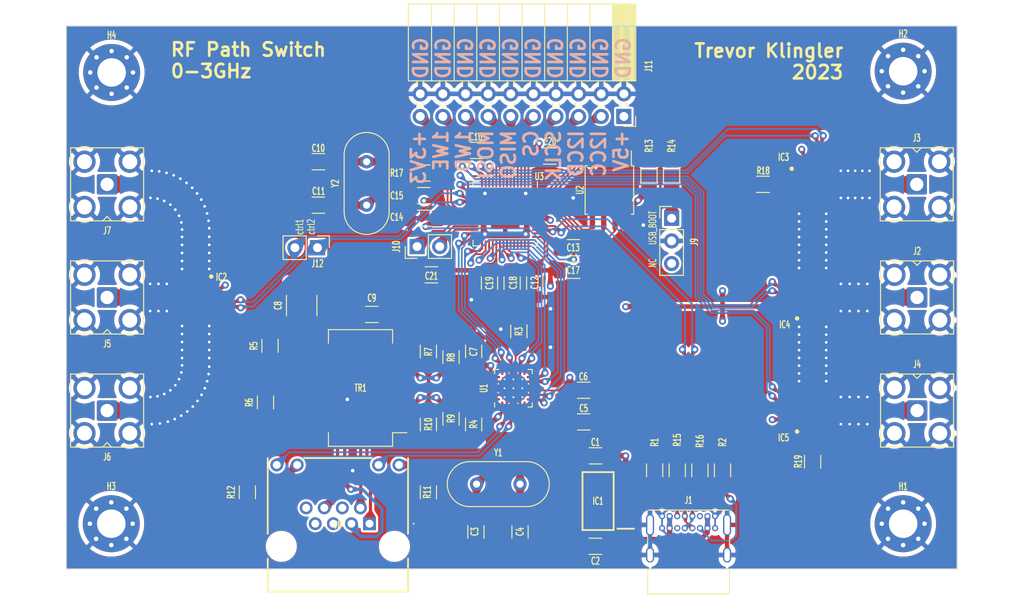
<source format=kicad_pcb>
(kicad_pcb (version 20221018) (generator pcbnew)
  (layers (0 "F.Cu" signal) (1 "In1.Cu" signal) (2 "In2.Cu" signal) (31 "B.Cu" signal) (34 "B.Paste" user) (35 "F.Paste" user) (36 "B.SilkS" user "B.Silkscreen") (37 "F.SilkS" user "F.Silkscreen") (38 "B.Mask" user) (39 "F.Mask" user) (44 "Edge.Cuts" user))
  (net 0 "")
  (net 1 "/+3v3_regulator/+3V3")
  (net 2 "GND")
  (net 3 "/+3v3_regulator/+5V")
  (net 4 "Net-(U1-XTAL2)")
  (net 5 "Net-(U1-XTAL1{slash}CLKIN)")
  (net 6 "Net-(C8-Pad1)")
  (net 7 "Net-(U3-XIN)")
  (net 8 "Net-(C11-Pad2)")
  (net 9 "Net-(U3-VREG_VOUT)")
  (net 10 "Net-(IC2-RF1)")
  (net 11 "Net-(IC2-RFC)")
  (net 12 "Net-(IC2-RF2)")
  (net 13 "Net-(IC3-RF1)")
  (net 14 "Net-(IC3-RFC)")
  (net 15 "Net-(IC3-RF2)")
  (net 16 "Net-(IC4-RFC)")
  (net 17 "Net-(IC5-RFC)")
  (net 18 "Net-(J1-CC1)")
  (net 19 "/rp2040/DATA.D+")
  (net 20 "/rp2040/DATA.D-")
  (net 22 "Net-(J1-CC2)")
  (net 24 "Net-(TR1-RX-)")
  (net 25 "Net-(TR1-RX+)")
  (net 26 "Net-(TR1-TX-)")
  (net 29 "Net-(TR1-TX+)")
  (net 32 "Net-(J8-Pad9)")
  (net 33 "/ethernet/Activity")
  (net 34 "Net-(J8-Pad11)")
  (net 35 "/ethernet/Speed")
  (net 36 "Net-(J9-Pin_1)")
  (net 38 "Net-(J10-Pin_1)")
  (net 39 "Net-(J10-Pin_2)")
  (net 40 "/rp2040/EI2C.DATA")
  (net 41 "/rp2040/EI2C.CLK")
  (net 42 "/rp2040/ESPI.SCK")
  (net 43 "/rp2040/ESPI.CS")
  (net 44 "/rp2040/ESPI.MISO")
  (net 45 "/rp2040/ESPI.MOSI")
  (net 46 "/rp2040/E1Wire.D")
  (net 47 "/rp2040/E1Wire.Enable")
  (net 48 "Net-(U1-~{RST})")
  (net 49 "Net-(U1-RBIAS)")
  (net 50 "Net-(TR1-C_RX)")
  (net 51 "Net-(TR1-C_TX)")
  (net 52 "/ethernet/Eth_TXP")
  (net 53 "/ethernet/Eth_TXN")
  (net 54 "/ethernet/Eth_RXP")
  (net 55 "/ethernet/Eth_RXN")
  (net 56 "Net-(U2-~{CS})")
  (net 57 "/rp2040/RPD+")
  (net 58 "/rp2040/RPD-")
  (net 59 "Net-(U3-XOUT)")
  (net 60 "/ethernet/ETH0.RX1")
  (net 61 "/ethernet/ETH0.RX0")
  (net 63 "/ethernet/ETH0.CRS")
  (net 64 "/ethernet/ETH0.MDIO")
  (net 65 "/ethernet/ETH0.MDC")
  (net 66 "/ethernet/ETH0.nINT")
  (net 67 "/ethernet/ETH0.TXEN")
  (net 68 "/ethernet/ETH0.TX0")
  (net 69 "/ethernet/ETH0.TX1")
  (net 70 "Net-(U2-DO(IO1))")
  (net 71 "Net-(U2-IO2)")
  (net 72 "Net-(U2-DI(IO0))")
  (net 73 "Net-(U2-CLK)")
  (net 74 "Net-(U2-IO3)")
  (net 76 "/rp2040/GPIO.ADC0")
  (net 77 "/rp2040/GPIO.ADC1")
  (net 78 "/rp2040/GPIO.ADC2")
  (net 79 "/rp2040/GPIO.ADC3")
  (net 80 "Net-(IC5-RF1)")
  (net 81 "Net-(IC4-RF1)")
  (net 82 "Net-(U1-VDDCR)")
  (net 83 "/rf_switches/SDR.CTRL2")
  (net 84 "/rf_switches/SDR.CTRL1")
  (net 85 "/rf_switches/LNA.CTRL2")
  (net 86 "/rf_switches/LNA.CTRL1")
  (net 87 "/rf_switches/ANT.CTRL2")
  (net 88 "/rf_switches/ANT.CTRL1")
  (net 89 "/rf_switches/PA.CTRL2")
  (net 90 "/rf_switches/PA.CTRL1")
  (footprint "Resistor_SMD:R_1206_3216Metric_Pad1.30x1.75mm_HandSolder" (layer "F.Cu") (at 126.466 72.39 180)
    (fp_text reference "R17")
    (fp_text value "1kΩ" hide)
  )
  (footprint "Capacitor_SMD:C_1206_3216Metric_Pad1.33x1.80mm_HandSolder" (layer "F.Cu") (at 144.4375 96.774)
    (fp_text reference "C6")
    (fp_text value "100nF")
  )
  (footprint "Capacitor_SMD:C_1206_3216Metric_Pad1.33x1.80mm_HandSolder" (layer "F.Cu") (at 127.3425 83.82 180)
    (fp_text reference "C21")
    (fp_text value "100nF" hide)
  )
  (footprint "MountingHole:MountingHole_3.2mm_M3_Pad_Via" (layer "F.Cu") (at 180.3 111.76)
    (fp_text reference "H1")
    (fp_text value "MountingHole_Pad" hide)
  )
  (footprint "Library:SMA_Amphenol_901-143_Horizontal-NoEdge" (layer "F.Cu") (at 181.824 73.66 -90)
    (fp_text reference "J3")
    (fp_text value "LNA_IN")
  )
  (footprint "LIB_AZ1117CH2-3.3TRG1-KiCad:SOT230P700X180-4N" (layer "F.Cu") (at 146.05 109.22 180)
    (fp_text reference "IC1")
    (fp_text value "AZ1117CH2-3.3TRG1" hide)
  )
  (footprint "Resistor_SMD:R_1206_3216Metric_Pad1.30x1.75mm_HandSolder" (layer "F.Cu") (at 108.712 98.145 90)
    (fp_text reference "R6")
    (fp_text value "75Ω" hide)
  )
  (footprint "Connector_PinHeader_2.54mm:PinHeader_1x03_P2.54mm_Vertical" (layer "F.Cu") (at 154.305 77.47)
    (fp_text reference "J9")
    (fp_text value "PRGMEM")
  )
  (footprint "Resistor_SMD:R_1206_3216Metric_Pad1.30x1.75mm_HandSolder" (layer "F.Cu") (at 109.22 91.795 90)
    (fp_text reference "R5")
    (fp_text value "75Ω" hide)
  )
  (footprint "Resistor_SMD:R_1206_3216Metric_Pad1.30x1.75mm_HandSolder" (layer "F.Cu") (at 127 92.43 -90)
    (fp_text reference "R7")
    (fp_text value "49.9Ω" hide)
  )
  (footprint "Capacitor_SMD:C_1206_3216Metric_Pad1.33x1.80mm_HandSolder" (layer "F.Cu") (at 132.334 112.6875 -90)
    (fp_text reference "C3")
    (fp_text value "27pF" hide)
  )
  (footprint "Library:SMA_Amphenol_901-143_Horizontal-NoEdge" (layer "F.Cu") (at 181.864 99.06 -90)
    (fp_text reference "J4")
    (fp_text value "PA_OUT")
  )
  (footprint "Capacitor_SMD:C_1206_3216Metric_Pad1.33x1.80mm_HandSolder" (layer "F.Cu") (at 136.398 84.7475 -90)
    (fp_text reference "C18")
    (fp_text value "100nF" hide)
  )
  (footprint "Resistor_SMD:R_1206_3216Metric_Pad1.30x1.75mm_HandSolder" (layer "F.Cu") (at 106.68 108.23 90)
    (fp_text reference "R12")
    (fp_text value "270Ω" hide)
  )
  (footprint "LIB_RJHSE-5086-KiCad:RJHSE5086" (layer "F.Cu") (at 120.39 111.76)
    (fp_text reference "J8")
    (fp_text value "8P8C_LED" hide)
  )
  (footprint "Transformer_SMD:Transformer_Ethernet_Bourns_PT61017PEL" (layer "F.Cu") (at 119.38 96.52 180)
    (fp_text reference "TR1")
    (fp_text value "PT61017PEL")
  )
  (footprint "Resistor_SMD:R_1206_3216Metric_Pad1.30x1.75mm_HandSolder" (layer "F.Cu") (at 160.02 105.765 -90)
    (fp_text reference "R2")
    (fp_text value "5.1kΩ" hide)
  )
  (footprint "Capacitor_SMD:C_1206_3216Metric_Pad1.33x1.80mm_HandSolder" (layer "F.Cu") (at 132.4225 69.85 180)
    (fp_text reference "C16")
    (fp_text value "100nF" hide)
  )
  (footprint "Crystal:Crystal_HC49-4H_Vertical" (layer "F.Cu") (at 120.065 76 90)
    (fp_text reference "Y2")
    (fp_text value "12MHz")
  )
  (footprint "Resistor_SMD:R_1206_3216Metric_Pad1.30x1.75mm_HandSolder" (layer "F.Cu") (at 129.54 93.065 -90)
    (fp_text reference "R8")
    (fp_text value "49.9Ω" hide)
  )
  (footprint "Resistor_SMD:R_1206_3216Metric_Pad1.30x1.75mm_HandSolder" (layer "F.Cu") (at 132.08 100.61 -90)
    (fp_text reference "R4")
    (fp_text value "12.1kΩ" hide)
  )
  (footprint "Capacitor_SMD:C_1206_3216Metric_Pad1.33x1.80mm_HandSolder" (layer "F.Cu") (at 126.4785 74.93 180)
    (fp_text reference "C15")
    (fp_text value "100nF" hide)
  )
  (footprint "Capacitor_SMD:C_1206_3216Metric_Pad1.33x1.80mm_HandSolder" (layer "F.Cu") (at 145.7575 114.3)
    (fp_text reference "C2")
    (fp_text value "10μF" hide)
  )
  (footprint "Package_SO:SOIC-8_5.23x5.23mm_P1.27mm" (layer "F.Cu") (at 147.32 74.295 -90)
    (fp_text reference "U2")
    (fp_text value "W25Q128JVS")
  )
  (footprint "Capacitor_SMD:C_1206_3216Metric_Pad1.33x1.80mm_HandSolder" (layer "F.Cu") (at 138.938 84.7475 -90)
    (fp_text reference "C12")
    (fp_text value "100nF" hide)
  )
  (footprint "Library:SMA_Amphenol_901-143_Horizontal-NoEdge" (layer "F.Cu") (at 90.932 99.06 90)
    (fp_text reference "J6")
    (fp_text value "PA_IN")
  )
  (footprint "Connector_PinHeader_2.54mm:PinHeader_1x02_P2.54mm_Vertical" (layer "F.Cu") (at 114.554 80.772 -90)
    (fp_text reference "J12")
    (fp_text value "Conn_01x02_Pin" hide)
  )
  (footprint "Resistor_SMD:R_1206_3216Metric_Pad1.30x1.75mm_HandSolder" (layer "F.Cu") (at 164.566 73.66 180)
    (fp_text reference "R18")
    (fp_text value "50Ω" hide)
  )
  (footprint "Capacitor_SMD:C_1206_3216Metric_Pad1.33x1.80mm_HandSolder" (layer "F.Cu") (at 132.08 92.4175 90)
    (fp_text reference "C7")
    (fp_text value "100nF" hide)
  )
  (footprint "Resistor_SMD:R_1206_3216Metric_Pad1.30x1.75mm_HandSolder" (layer "F.Cu") (at 127 100.61 90)
    (fp_text reference "R10")
    (fp_text value "49.9Ω" hide)
  )
  (footprint "Capacitor_SMD:C_1206_3216Metric_Pad1.33x1.80mm_HandSolder" (layer "F.Cu") (at 145.7575 104.14 180)
    (fp_text reference "C1")
    (fp_text value "10μF" hide)
  )
  (footprint "Library:SMA_Amphenol_901-143_Horizontal-NoEdge" (layer "F.Cu") (at 90.932 73.66 90)
    (fp_text reference "J7")
    (fp_text value "LNA_OUT")
  )
  (footprint "Capacitor_SMD:C_1206_3216Metric_Pad1.33x1.80mm_HandSolder" (layer "F.Cu") (at 143.2945 80.772)
    (fp_text reference "C13")
    (fp_text value "1μF" hide)
  )
  (footprint "Connector_PinSocket_2.54mm:PinSocket_2x10_P2.54mm_Horizontal" (layer "F.Cu") (at 148.9456 66.04 -90)
    (fp_text reference "J11")
    (fp_text value "Conn_02x10_Odd_Even")
  )
  (footprint "Capacitor_SMD:C_1206_3216Metric_Pad1.33x1.80mm_HandSolder" (layer "F.Cu") (at 144.4375 100.33)
    (fp_text reference "C5")
    (fp_text value "1μF")
  )
  (footprint "Capacitor_SMD:C_1206_3216Metric_Pad1.33x1.80mm_HandSolder" (layer "F.Cu") (at 143.2945 83.312)
    (fp_text reference "C17")
    (fp_text value "1μF" hide)
  )
  (footprint "LIB_4257-52-KiCad:QFN50P400X400X90-21N" (layer "F.Cu") (at 170.14 99.06 90)
    (fp_text reference "IC5")
    (fp_text value "4257-52" hide)
  )
  (footprint "Resistor_SMD:R_1206_3216Metric_Pad1.30x1.75mm_HandSolder" (layer "F.Cu") (at 152.4 105.765 90)
    (fp_text reference "R1")
    (fp_text value "5.1kΩ" hide)
  )
  (footprint "Package_DFN_QFN:QFN-56-1EP_7x7mm_P0.4mm_EP3.2x3.2mm" (layer "F.Cu") (at 135.6275 76.965 -90)
    (fp_text reference "U3")
    (fp_text value "RP2040")
  )
  (footprint "Capacitor_SMD:C_1206_3216Metric_Pad1.33x1.80mm_HandSolder" (layer "F.Cu") (at 120.65 88.265)
    (fp_text reference "C9")
    (fp_text value "0.1μF" hide)
  )
  (footprint "LIB_4257-52-KiCad:QFN50P400X400X90-21N" (layer "F.Cu") (at 170.14 86.36 90)
    (fp_text reference "IC4")
    (fp_text value "4257-52" hide)
  )
  (footprint "Library:SMA_Amphenol_901-143_Horizontal-NoEdge" (layer "F.Cu") (at 90.932 86.36 90)
    (fp_text reference "J5")
    (fp_text value "SDR")
  )
  (footprint "Capacitor_SMD:C_1812_4532Metric_Pad1.57x3.40mm_HandSolder" (layer "F.Cu") (at 112.776 87.2705 90)
    (fp_text reference "C8")
    (fp_text value "1000pF" hide)
  )
  (footprint "Resistor_SMD:R_1206_3216Metric_Pad1.30x1.75mm_HandSolder" (layer "F.Cu") (at 151.765 72.67 -90)
    (fp_text reference "R13")
    (fp_text value "10kΩ" hide)
  )
  (footprint "MountingHole:MountingHole_3.2mm_M3_Pad_Via" (layer "F.Cu") (at 180.3 60.96)
    (fp_text reference "H2")
    (fp_text value "MountingHole_Pad" hide)
  )
  (footprint "Resistor_SMD:R_1206_3216Metric_Pad1.30x1.75mm_HandSolder" (layer "F.Cu") (at 129.54 99.975 90)
    (fp_text reference "R9")
    (fp_text value "49.9Ω" hide)
  )
  (footprint "Resistor_SMD:R_1206_3216Metric_Pad1.30x1.75mm_HandSolder" (layer "F.Cu") (at 154.305 72.67 -90)
    (fp_text reference "R14")
    (fp_text value "1kΩ" hide)
  )
  (footprint "MountingHole:MountingHole_3.2mm_M3_Pad_Via" (layer "F.Cu") (at 91.44 61.1)
    (fp_text reference "H4")
    (fp_text value "MountingHole_Pad" hide)
  )
  (footprint "Connector_PinHeader_2.54mm:PinHeader_1x02_P2.54mm_Vertical" (layer "F.Cu") (at 125.73 80.645 90)
    (fp_text reference "J10")
    (fp_text value "DEBUG")
  )
  (footprint "Resistor_SMD:R_1206_3216Metric_Pad1.30x1.75mm_HandSolder" (layer "F.Cu") (at 170.14 104.801 -90)
    (fp_text reference "R19")
    (fp_text value "50Ω" hide)
  )
  (footprint "Package_DFN_QFN:VQFN-24-1EP_4x4mm_P0.5mm_EP2.5x2.5mm_ThermalVias" (layer "F.Cu") (at 136.545 96.5525 90)
    (fp_text reference "U1")
    (fp_text value "LAN8720A")
  )
  (footprint "Capacitor_SMD:C_1206_3216Metric_Pad1.33x1.80mm_HandSolder" (layer "F.Cu") (at 114.6425 71.12)
    (fp_text reference "C10")
    (fp_text value "27pF" hide)
  )
  (footprint "Resistor_SMD:R_1206_3216Metric_Pad1.30x1.75mm_HandSolder" (layer "F.Cu") (at 157.48 105.765 90)
    (fp_text reference "R16")
    (fp_text value "27.4Ω" hide)
  )
  (footprint "Capacitor_SMD:C_1206_3216Metric_Pad1.33x1.80mm_HandSolder" (layer "F.Cu") (at 126.4785 77.47 180)
    (fp_text reference "C14")
    (fp_text value "100nF" hide)
  )
  (footprint "Connector_USB:USB_C_Receptacle_GCT_USB4085" (layer "F.Cu") (at 153.235 110.91)
    (fp_text reference "J1")
    (fp_text value "USB_C_Receptacle_USB2.0" hide)
  )
  (footprint "Crystal:Crystal_HC49-4H_Vertical" (layer "F.Cu") (at 132.407 107.315)
    (fp_text reference "Y1")
    (fp_text value "25MHz")
  )
  (footprint "Capacitor_SMD:C_1206_3216Metric_Pad1.33x1.80mm_HandSolder" (layer "F.Cu") (at 114.6425 75.9968)
    (fp_text reference "C11")
    (fp_text value "27pF" hide)
  )
  (footprint "MountingHole:MountingHole_3.2mm_M3_Pad_Via" (layer "F.Cu") (at 91.4 111.76)
    (fp_text reference "H3")
    (fp_text value "MountingHole_Pad" hide)
  )
  (footprint "Resistor_SMD:R_1206_3216Metric_Pad1.30x1.75mm_HandSolder" (layer "F.Cu") (at 127 108.23 90)
    (fp_text reference "R11")
    (fp_text value "270Ω" hide)
  )
  (footprint "Capacitor_SMD:C_1206_3216Metric_Pad1.33x1.80mm_HandSolder" (layer "F.Cu") (at 137.287 112.6875 -90)
    (fp_text reference "C4")
    (fp_text value "27pF" hide)
  )
  (footprint "LIB_4257-52-KiCad:QFN50P400X400X90-21N" (layer "F.Cu") (at 170.14 73.66)
    (fp_text reference "IC3")
    (fp_text value "4257-52" hide)
  )
  (footprint "Capacitor_SMD:C_1206_3216Metric_Pad1.33x1.80mm_HandSolder" (layer "F.Cu") (at 140.6275 70.485)
    (fp_text reference "C20")
    (fp_text value "100nF" hide)
  )
  (footprint "LIB_4257-52-KiCad:QFN50P400X400X90-21N" (layer "F.Cu") (at 100.87 86.36 -90)
    (fp_text reference "IC2")
    (fp_text value "4257-52" hide)
  )
  (footprint "Resistor_SMD:R_1206_3216Metric_Pad1.30x1.75mm_HandSolder" (layer "F.Cu") (at 137.16 90.17 -90)
    (fp_text reference "R3")
    (fp_text value "10kΩ" hide)
  )
  (footprint "Capacitor_SMD:C_1206_3216Metric_Pad1.33x1.80mm_HandSolder" (layer "F.Cu") (at 133.858 84.7475 -90)
    (fp_text reference "C19")
    (fp_text value "100nF" hide)
  )
  (footprint "Resistor_SMD:R_1206_3216Metric_Pad1.30x1.75mm_HandSolder" (layer "F.Cu") (at 154.94 105.765 90)
    (fp_text reference "R15")
    (fp_text value "27.4Ω" hide)
  )
  (footprint "Library:SMA_Amphenol_901-143_Horizontal-NoEdge" (layer "F.Cu") (at 181.864 86.36 -90)
    (fp_text reference "J2")
    (fp_text value "ANT")
  )
  (gr_rect (start 86.36 55.88) (end 186.36 116.84) (stroke (width 0.1)) (fill none) (layer "Edge.Cuts"))
  (gr_text "+3V3\n1WE\n1WD\nMOSI\nMISO\nCS\nSCLK\nI2CD\nI2CC\n+5V" (at 124.968 67.437 90) (layer "B.SilkS") (effects (font (size 1.57 1.5) (thickness 0.3) bold) (justify left top mirror)))
  (gr_text "GND\nGND\nGND\nGND\nGND\nGND\nGND\nGND\nGND\nGND" (at 125.222 61.976 90) (layer "B.SilkS") (effects (font (size 1.57 1.5) (thickness 0.3) bold) (justify right top mirror)))
  (gr_text "USB_BOOT" (at 152.654 80.518 90) (layer "F.SilkS") (effects (font (size 0.8 0.5) (thickness 0.1) bold) (justify left bottom)))
  (gr_text "Trevor Klingler\n2023" (at 173.736 57.785) (layer "F.SilkS") (effects (font (size 1.5 1.5) (thickness 0.3) bold) (justify right top)))
  (gr_text "RF Path Switch\n0-3GHz\n" (at 97.917 57.658) (layer "F.SilkS") (effects (font (size 1.5 1.5) (thickness 0.3) bold) (justify left top)))
  (gr_text "ctrl1\nctrl2" (at 114.3 79.375 90) (layer "F.SilkS") (effects (font (size 0.8 0.5) (thickness 0.1) bold) (justify left bottom)))
  (gr_text "NC" (at 152.654 83.058 90) (layer "F.SilkS") (effects (font (size 0.8 0.5) (thickness 0.1) bold) (justify left bottom)))
  (segment (start 122.66 102.16) (end 125.8 102.16) (width 0.508) (layer "F.Cu") (net 1))
  (segment (start 134.6275 82.4155) (end 133.858 83.185) (width 0.2) (layer "F.Cu") (net 1))
  (segment (start 140.04 81.88) (end 140.04 79.96) (width 0.2) (layer "F.Cu") (net 1))
  (segment (start 138.2275 73.5275) (end 138.2275 71.3225) (width 0.2) (layer "F.Cu") (net 1))
  (segment (start 129.413 83.312) (end 128.905 83.82) (width 0.508) (layer "F.Cu") (net 1))
  (segment (start 141.732 83.312) (end 140.35 81.93) (width 0.2) (layer "F.Cu") (net 1))
  (segment (start 129.875 77.165) (end 128.041 75.331) (width 0.2) (layer "F.Cu") (net 1))
  (segment (start 160.02 87.376) (end 161 87.376) (width 0.508) (layer "F.Cu") (net 1))
  (segment (start 134.6275 70.866) (end 134.6275 68.446822) (width 0.2) (layer "F.Cu") (net 1))
  (segment (start 134.6275 73.5275) (end 134.6275 70.866) (width 0.2) (layer "F.Cu") (net 1))
  (segment (start 134.6075 95.3025) (end 134.2025 95.3025) (width 0.2) (layer "F.Cu") (net 1))
  (segment (start 138.938 82.982) (end 140.04 81.88) (width 0.2) (layer "F.Cu") (net 1))
  (segment (start 136.398 83.185) (end 136.398 82.812) (width 0.2) (layer "F.Cu") (net 1))
  (segment (start 132.19 78.765) (end 130.017186 78.765) (width 0.2) (layer "F.Cu") (net 1))
  (segment (start 133.985 69.85) (end 134.366 69.85) (width 0.2) (layer "F.Cu") (net 1))
  (segment (start 104.2 84.963) (end 103.803 85.36) (width 0.2) (layer "F.Cu") (net 1))
  (segment (start 168.29 87.36) (end 167.104 87.36) (width 0.2) (layer "F.Cu") (net 1))
  (segment (start 135.295 99.274) (end 134.8232 99.7458) (width 0.2) (layer "F.Cu") (net 1))
  (segment (start 167.088 87.376) (end 167.1 87.364) (width 0.508) (layer "F.Cu") (net 1))
  (segment (start 128.428261 68.382661) (end 134.563339 68.382661) (width 0.2) (layer "F.Cu") (net 1))
  (segment (start 133.869 100.7) (end 134.8232 99.7458) (width 0.508) (layer "F.Cu") (net 1))
  (segment (start 134.6275 69.85) (end 133.985 69.85) (width 0.2) (layer "F.Cu") (net 1))
  (segment (start 140.570825 77.565) (end 139.065 77.565) (width 0.2) (layer "F.Cu") (net 1))
  (segment (start 127.052 102.108) (end 127 102.16) (width 0.2) (layer "F.Cu") (net 1))
  (segment (start 122.705 99.695) (end 122.3 100.1) (width 0.508) (layer "F.Cu") (net 1))
  (segment (start 140.1 83.312) (end 139.065 83.312) (width 0.508) (layer "F.Cu") (net 1))
  (segment (start 140.35 81.93) (end 140.35 79.73) (width 0.2) (layer "F.Cu") (net 1))
  (segment (start 122.2125 90.8) (end 126 90.8) (width 0.508) (layer "F.Cu") (net 1))
  (segment (start 139.065 83.312) (end 138.938 83.185) (width 0.508) (layer "F.Cu") (net 1))
  (segment (start 139.065 69.435) (end 139.065 70.485) (width 0.508) (layer "F.Cu") (net 1))
  (segment (start 134.366 69.85) (end 134.62 69.596) (width 0.2) (layer "F.Cu") (net 1))
  (segment (start 138.938 83.185) (end 138.938 82.982) (width 0.2) (layer "F.Cu") (net 1))
  (segment (start 139.785 79.165) (end 139.065 79.165) (width 0.2) (layer "F.Cu") (net 1))
  (segment (start 150.5425 75.4425) (end 151.765 74.22) (width 0.508) (layer "F.Cu") (net 1))
  (segment (start 128.905 102.16) (end 129.54 101.525) (width 0.508) (layer "F.Cu") (net 1))
  (segment (start 138.2275 71.3225) (end 139.065 70.485) (width 0.2) (layer "F.Cu") (net 1))
  (segment (start 142.875 95.3262) (end 142.875 96.774) (width 0.508) (layer "F.Cu") (net 1))
  (segment (start 129.47 79.312186) (end 129.47 83.255) (width 0.2) (layer "F.Cu") (net 1))
  (segment (start 126 90.8) (end 126.92 90.8) (width 0.508) (layer "F.Cu") (net 1))
  (segment (start 128.041 75.331) (end 128.041 74.93) (width 0.2) (layer "F.Cu") (net 1))
  (segment (start 130.017186 78.765) (end 129.47 79.312186) (width 0.2) (layer "F.Cu") (net 1))
  (segment (start 149.225 77.895) (end 149.225 76.76) (width 0.508) (layer "F.Cu") (net 1))
  (segment (start 140.170825 77.165) (end 139.065 77.165) (width 0.2) (layer "F.Cu") (net 1))
  (segment (start 126.92 90.8) (end 127 90.88) (width 0.508) (layer "F.Cu") (net 1))
  (segment (start 140.7 77.694175) (end 140.170825 77.165) (width 0.2) (layer "F.Cu") (net 1))
  (segment (start 142.8465 96.8025) (end 142.875 96.774) (width 0.2) (layer "F.Cu") (net 1))
  (segment (start 135.2 83.312) (end 129.413 83.312) (width 0.508) (layer "F.Cu") (net 1))
  (segment (start 140.1 83.312) (end 135.2 83.312) (width 0.508) (layer "F.Cu") (net 1))
  (segment (start 160.02 87.376) (end 160.02 89.027) (width 0.508) (layer "F.Cu") (net 1))
  (segment (start 123.78 93.345) (end 122.645 93.345) (width 0.508) (layer "F.Cu") (net 1))
  (segment (start 140.1 83.312) (end 136.525 83.312) (width 0.508) (layer "F.Cu") (net 1))
  (segment (start 125.8 102.16) (end 128.905 102.16) (width 0.508) (layer "F.Cu") (net 1))
  (segment (start 130.365 100.7) (end 133.869 100.7) (width 0.508) (layer "F.Cu") (net 1))
  (segment (start 140.7 77.694175) (end 140.570825 77.565) (width 0.2) (layer "F.Cu") (net 1))
  (segment (start 128.428261 68.382661) (end 126.0856 66.04) (width 0.2) (layer "F.Cu") (net 1))
  (segment (start 149.225 76.76) (end 150.5425 75.4425) (width 0.508) (layer "F.Cu") (net 1))
  (segment (start 128.825 90.8) (end 132.005 93.98) (width 0.508) (layer "F.Cu") (net 1))
  (segment (start 140.7 85.1) (end 140.7 83.312) (width 0.508) (layer "F.Cu") (net 1))
  (segment (start 122.2125 90.4) (end 122.2125 88.265) (width 0.508) (layer "F.Cu") (net 1))
  (segment (start 136.525 83.312) (end 136.398 83.185) (width 0.508) (layer "F.Cu") (net 1))
  (segment (start 122.2125 90.4) (end 122.2125 90.8) (width 0.508) (layer "F.Cu") (net 1))
  (segment (start 125.8 102.16) (end 127 102.16) (width 0.508) (layer "F.Cu") (net 1))
  (segment (start 168.91 69.723) (end 169.14 69.953) (width 0.2) (layer "F.Cu") (net 1))
  (segment (start 132.1 94) (end 132.08 93.98) (width 0.508) (layer "F.Cu") (net 1))
  (segment (start 140.35 79.73) (end 139.785 79.165) (width 0.2) (layer "F.Cu") (net 1))
  (segment (start 139.446 69.054) (end 139.065 69.435) (width 0.508) (layer "F.Cu") (net 1))
  (segment (start 149.15 106.92) (end 149.15 104.1412) (width 0.508) (layer "F.Cu") (net 1))
  (segment (start 139.645 79.565) (end 139.065 79.565) (width 0.2) (layer "F.Cu") (net 1))
  (segment (start 136.398 83.185) (end 138.2275 83.185) (width 0.2) (layer "F.Cu") (net 1))
  (segment (start 161 87.376) (end 167.088 87.376) (width 0.508) (layer "F.Cu") (net 1))
  (segment (start 122.645 93.345) (end 122.2125 92.9125) (width 0.508) (layer "F.Cu") (net 1))
  (segment (start 122.3 100.1) (end 122.3 101.8) (width 0.508) (layer "F.Cu") (net 1))
  (segment (start 128.825 90.8) (end 129.54 91.515) (width 0.508) (layer "F.Cu") (net 1))
  (segment (start 167.104 87.36) (end 167.1 87.364) (width 0.2) (layer "F.Cu") (net 1))
  (segment (start 149.15 104.1412) (end 149.1488 104.14) (width 0.508) (layer "F.Cu") (net 1))
  (segment (start 129.54 101.525) (end 130.365 100.7) (width 0.508) (layer "F.Cu") (net 1))
  (segment (start 138.2275 83.185) (end 138.2275 80.4025) (width 0.2) (layer "F.Cu") (net 1))
  (segment (start 159.639 87.376) (end 160.02 87.376) (width 0.508) (layer "F.Cu") (net 1))
  (segment (start 149.174 87.376) (end 159.639 87.376) (width 0.508) (layer "F.Cu") (net 1))
  (segment (start 103.803 85.36) (end 102.72 85.36) (width 0.2) (layer "F.Cu") (net 1))
  (segment (start 122.3 101.8) (end 122.66 102.16) (width 0.508) (layer "F.Cu") (net 1))
  (segment (start 134.563339 68.382661) (end 134.6275 68.446822) (width 0.2) (layer "F.Cu") (net 1))
  (segment (start 160.02 87.376) (end 160.02 85.598) (width 0.508) (layer "F.Cu") (net 1))
  (segment (start 165.608 100.076) (end 165.624 100.06) (width 0.2) (layer "F.Cu") (net 1))
  (segment (start 134 95.1) (end 134 94) (width 0.2) (layer "F.Cu") (net 1))
  (segment (start 135.2 83.312) (end 133.985 83.312) (width 0.508) (layer "F.Cu") (net 1))
  (segment (start 129.47 83.255) (end 128.905 83.82) (width 0.2) (layer "F.Cu") (net 1))
  (segment (start 126.5 75.5) (end 127.471 75.5) (width 0.508) (layer "F.Cu") (net 1))
  (segment (start 135.295 98.49) (end 135.295 99.274) (width 0.2) (layer "F.Cu") (net 1))
  (segment (start 169.14 69.953) (end 169.14 71.81) (width 0.2) (layer "F.Cu") (net 1))
  (segment (start 132.19 77.165) (end 129.875 77.165) (width 0.2) (layer "F.Cu") (net 1))
  (segment (start 123.78 99.695) (end 122.705 99.695) (width 0.508) (layer "F.Cu") (net 1))
  (segment (start 165.624 100.06) (end 168.29 100.06) (width 0.2) (layer "F.Cu") (net 1))
  (segment (start 122.2125 92.9125) (end 122.2125 90.4) (width 0.508) (layer "F.Cu") (net 1))
  (segment (start 133.985 83.312) (end 133.858 83.185) (width 0.508) (layer "F.Cu") (net 1))
  (segment (start 140.04 79.96) (end 139.645 79.565) (width 0.2) (layer "F.Cu") (net 1))
  (segment (start 140.7 83.312) (end 141.732 83.312) (width 0.508) (layer "F.Cu") (net 1))
  (segment (start 149.15 87.4) (end 149.174 87.376) (width 0.508) (layer "F.Cu") (net 1))
  (segment (start 126 90.8) (end 128.825 90.8) (width 0.508) (layer "F.Cu") (net 1))
  (segment (start 149.1488 104.14) (end 147.32 104.14) (width 0.508) (layer "F.Cu") (net 1))
  (segment (start 134 94) (end 132.1 94) (width 0.508) (layer "F.Cu") (net 1))
  (segment (start 134.2025 95.3025) (end 134 95.1) (width 0.2) (layer "F.Cu") (net 1))
  (segment (start 134.6275 70.866) (end 134.6275 69.85) (width 0.2) (layer "F.Cu") (net 1))
  (segment (start 134.6275 80.4025) (end 134.6275 82.4155) (width 0.2) (layer "F.Cu") (net 1))
  (segment (start 138.4825 96.8025) (end 142.8465 96.8025) (width 0.2) (layer "F.Cu") (net 1))
  (segment (start 127.471 75.5) (end 128.041 74.93) (width 0.508) (layer "F.Cu") (net 1))
  (segment (start 141.732 83.312) (end 140.1 83.312) (width 0.508) (layer "F.Cu") (net 1))
  (segment (start 132.005 93.98) (end 132.08 93.98) (width 0.508) (layer "F.Cu") (net 1))
  (via (at 165.608 100.076) (size 0.8) (drill 0.4) (layers "F.Cu" "B.Cu") (net 1))
  (via (at 134 94) (size 0.8) (drill 0.4) (layers "F.Cu" "B.Cu") (net 1))
  (via (at 140.7 77.694175) (size 0.8) (drill 0.4) (layers "F.Cu" "B.Cu") (net 1))
  (via (at 149.15 104.1412) (size 0.8) (drill 0.4) (layers "F.Cu" "B.Cu") (net 1))
  (via (at 126.5 75.5) (size 0.8) (drill 0.4) (layers "F.Cu" "B.Cu") (net 1))
  (via (at 140.7 85.1) (size 0.8) (drill 0.4) (layers "F.Cu" "B.Cu") (net 1))
  (via (at 160.02 89.027) (size 0.8) (drill 0.4) (layers "F.Cu" "B.Cu") (net 1))
  (via (at 160.02 85.598) (size 0.8) (drill 0.4) (layers "F.Cu" "B.Cu") (net 1))
  (via (at 104.2 84.963) (size 0.8) (drill 0.4) (layers "F.Cu" "B.Cu") (net 1))
  (via (at 134.8232 99.7458) (size 0.8) (drill 0.4) (layers "F.Cu" "B.Cu") (net 1))
  (via (at 168.91 69.723) (size 0.8) (drill 0.4) (layers "F.Cu" "B.Cu") (net 1))
  (via (at 149.15 87.4) (size 0.8) (drill 0.4) (layers "F.Cu" "B.Cu") (net 1))
  (via (at 150.5425 75.4425) (size 0.8) (drill 0.4) (layers "F.Cu" "B.Cu") (net 1))
  (via (at 142.875 95.3262) (size 0.8) (drill 0.4) (layers "F.Cu" "B.Cu") (net 1))
  (via (at 139.446 69.054) (size 0.8) (drill 0.4) (layers "F.Cu" "B.Cu") (net 1))
  (segment (start 171.99 85.86) (end 172.458 85.86) (width 0.2) (layer "F.Cu") (net 2))
  (segment (start 171.14 87.36) (end 171.14 88.21) (width 0.1) (layer "F.Cu") (net 2))
  (segment (start 169.64 83.915) (end 169.164 83.439) (width 0.2) (layer "F.Cu") (net 2))
  (segment (start 171.99 74.16) (end 172.458 74.16) (width 0.2) (layer "F.Cu") (net 2))
  (segment (start 171.99 86.86) (end 170.64 86.86) (width 0.1) (layer "F.Cu") (net 2))
  (segment (start 132.19 75.965) (end 134.6275 75.965) (width 0.2) (layer "F.Cu") (net 2))
  (segment (start 170.64 84.51) (end 170.64 85.86) (width 0.1) (layer "F.Cu") (net 2))
  (segment (start 101.87 87.36) (end 100.87 86.36) (width 0.1) (layer "F.Cu") (net 2))
  (segment (start 168.29 74.66) (end 169.14 74.66) (width 0.1) (layer "F.Cu") (net 2))
  (segment (start 171.99 99.56) (end 172.458 99.56) (width 0.2) (layer "F.Cu") (net 2))
  (segment (start 170.64 76.152) (end 171.069 76.581) (width 0.2) (layer "F.Cu") (net 2))
  (segment (start 101.37 86.86) (end 100.87 86.36) (width 0.1) (layer "F.Cu") (net 2))
  (segment (start 169.64 97.21) (end 169.64 98.56) (width 0.1) (layer "F.Cu") (net 2))
  (segment (start 170.64 85.86) (end 170.14 86.36) (width 0.1) (layer "F.Cu") (net 2))
  (segment (start 169.64 101.759) (end 169.291 102.108) (width 0.2) (layer "F.Cu") (net 2))
  (segment (start 134.6275 75.965) (end 135.6275 76.965) (width 0.2) (layer "F.Cu") (net 2))
  (segment (start 168.29 99.56) (end 169.64 99.56) (width 0.1) (layer "F.Cu") (net 2))
  (segment (start 99.87 88.21) (end 99.87 87.36) (width 0.1) (layer "F.Cu") (net 2))
  (segment (start 100.37 85.86) (end 100.87 86.36) (width 0.1) (layer "F.Cu") (net 2))
  (segment (start 169.64 85.86) (end 170.14 86.36) (width 0.1) (layer "F.Cu") (net 2))
  (segment (start 170.64 86.86) (end 170.14 86.36) (width 0.1) (layer "F.Cu") (net 2))
  (segment (start 170.64 88.21) (end 170.64 88.852) (width 0.2) (layer "F.Cu") (net 2))
  (segment (start 171.99 100.06) (end 171.14 100.06) (width 0.1) (layer "F.Cu") (net 2))
  (segment (start 99.87 87.36) (end 100.87 86.36) (width 0.1) (layer "F.Cu") (net 2))
  (segment (start 171.99 98.06) (end 171.14 98.06) (width 0.1) (layer "F.Cu") (net 2))
  (segment (start 169.64 100.91) (end 169.64 99.56) (width 0.1) (layer "F.Cu") (net 2))
  (segment (start 172.458 86.86) (end 172.974 87.376) (width 0.2) (layer "F.Cu") (net 2))
  (segment (start 100.37 88.21) (end 100.37 86.86) (width 0.1) (layer "F.Cu") (net 2))
  (segment (start 168.29 74.16) (end 169.64 74.16) (width 0.1) (layer "F.Cu") (net 2))
  (segment (start 170.64 88.852) (end 171.069 89.281) (width 0.2) (layer "F.Cu") (net 2))
  (segment (start 169.64 73.16) (end 170.14 73.66) (width 0.1) (layer "F.Cu") (net 2))
  (segment (start 100.37 84.51) (end 100.37 85.86) (width 0.1) (layer "F.Cu") (net 2))
  (segment (start 100.37 86.86) (end 100.87 86.36) (width 0.1) (layer "F.Cu") (net 2))
  (segment (start 170.64 88.21) (end 170.64 86.86) (width 0.1) (layer "F.Cu") (net 2))
  (segment (start 169.14 88.21) (end 169.14 87.36) (width 0.1) (layer "F.Cu") (net 2))
  (segment (start 170.64 75.51) (end 170.64 76.152) (width 0.2) (layer "F.Cu") (net 2))
  (segment (start 169.14 72.66) (end 170.14 73.66) (width 0.1) (layer "F.Cu") (net 2))
  (segment (start 170.64 100.91) (end 170.64 99.56) (width 0.1) (layer "F.Cu") (net 2))
  (segment (start 99.02 85.36) (end 99.87 85.36) (width 0.1) (layer "F.Cu") (net 2))
  (segment (start 169.64 88.21) (end 169.64 86.86) (width 0.1) (layer "F.Cu") (net 2))
  (segment (start 169.14 84.51) (end 169.14 85.36) (width 0.1) (layer "F.Cu") (net 2))
  (segment (start 169.64 75.51) (end 169.64 74.16) (width 0.1) (layer "F.Cu") (net 2))
  (segment (start 101.87 84.51) (end 101.87 85.36) (width 0.1) (layer "F.Cu") (net 2))
  (segment (start 101.37 84.51) (end 101.37 85.86) (width 0.1) (layer "F.Cu") (net 2))
  (segment (start 168.29 86.36) (end 170.14 86.36) (width 0.1) (layer "F.Cu") (net 2))
  (segment (start 171.99 98.56) (end 172.458 98.56) (width 0.2) (layer "F.Cu") (net 2))
  (segment (start 169.64 98.56) (end 170.14 99.06) (width 0.1) (layer "F.Cu") (net 2))
  (segment (start 171.99 85.86) (end 170.64 85.86) (width 0.1) (layer "F.Cu") (net 2))
  (segment (start 169.64 88.21) (end 169.64 88.805) (width 0.2) (layer "F.Cu") (net 2))
  (segment (start 171.14 74.66) (end 171.14 75.51) (width 0.1) (layer "F.Cu") (net 2))
  (segment (start 101.37 85.86) (end 100.87 86.36) (width 0.1) (layer "F.Cu") (net 2))
  (segment (start 171.14 84.51) (end 171.14 85.36) (width 0.1) (layer "F.Cu") (net 2))
  (segment (start 169.14 75.51) (end 169.14 74.66) (width 0.1) (layer "F.Cu") (net 2))
  (segment (start 169.64 84.51) (end 169.64 85.86) (width 0.1) (layer "F.Cu") (net 2))
  (segment (start 169.64 75.51) (end 169.64 76.105) (width 0.2) (layer "F.Cu") (net 2))
  (segment (start 101.87 88.21) (end 101.87 87.36) (width 0.1) (layer "F.Cu") (net 2))
  (segment (start 166.996 86.36) (end 168.29 86.36) (width 0.2) (layer "F.Cu") (net 2))
  (segment (start 171.99 73.16) (end 172.458 73.16) (width 0.2) (layer "F.Cu") (net 2))
  (segment (start 172.458 85.86) (end 172.974 85.344) (width 0.2) (layer "F.Cu") (net 2))
  (segment (start 99.87 84.51) (end 99.87 85.36) (width 0.1) (layer "F.Cu") (net 2))
  (segment (start 99.02 86.86) (end 100.37 86.86) (width 0.1) (layer "F.Cu") (net 2))
  (segment (start 170.64 84.51) (end 170.64 83.868) (width 0.2) (layer "F.Cu") (net 2))
  (segment (start 169.14 74.66) (end 170.14 73.66) (width 0.1) (layer "F.Cu") (net 2))
  (segment (start 172.458 73.16) (end 172.974 72.644) (width 0.2) (layer "F.Cu") (net 2))
  (segment (start 172.458 99.56) (end 172.974 100.076) (width 0.2) (layer "F.Cu") (net 2))
  (segment (start 168.29 72.66) (end 169.14 72.66) (width 0.1) (layer "F.Cu") (net 2))
  (segment (start 169.14 100.06) (end 170.14 99.06) (width 0.1) (layer "F.Cu") (net 2))
  (segment (start 169.14 85.36) (end 170.14 86.36) (width 0.1) (layer "F.Cu") (net 2))
  (segment (start 170.64 75.51) (end 170.64 74.16) (width 0.1) (layer "F.Cu") (net 2))
  (segment (start 101.37 88.21) (end 101.37 86.86) (width 0.1) (layer "F.Cu") (net 2))
  (segment (start 99.02 87.36) (end 99.87 87.36) (width 0.1) (layer "F.Cu") (net 2))
  (segment (start 169.64 88.805) (end 169.164 89.281) (width 0.2) (layer "F.Cu") (net 2))
  (segment (start 169.64 96.615) (end 169.164 96.139) (width 0.2) (layer "F.Cu") (net 2))
  (segment (start 168.29 86.86) (end 169.64 86.86) (width 0.1) (layer "F.Cu") (net 2))
  (segment (start 170.14 71.81) (end 170.14 73.66) (width 0.1) (layer "F.Cu") (net 2))
  (segment (start 171.99 73.16) (end 170.64 73.16) (width 0.1) (layer "F.Cu") (net 2))
  (segment (start 169.64 76.105) (end 169.164 76.581) (width 0.2) (layer "F.Cu") (net 2))
  (segment (start 170.64 74.16) (end 170.14 73.66) (width 0.1) (layer "F.Cu") (net 2))
  (segment (start 171.14 100.91) (end 171.14 100.06) (width 0.1) (layer "F.Cu") (net 2))
  (segment (start 169.14 87.36) (end 170.14 86.36) (width 0.1) (layer "F.Cu") (net 2))
  (segment (start 169.64 97.21) (end 169.64 96.615) (width 0.2) (layer "F.Cu") (net 2))
  (segment (start 171.99 98.56) (end 170.64 98.56) (width 0.1) (layer "F.Cu") (net 2))
  (segment (start 167.26 86.86) (end 168.29 86.86) (width 0.2) (layer "F.Cu") (net 2))
  (segment (start 171.14 97.21) (end 171.14 98.06) (width 0.1) (layer "F.Cu") (net 2))
  (segment (start 168.29 73.16) (end 169.64 73.16) (width 0.1) (layer "F.Cu") (net 2))
  (segment (start 99.02 85.86) (end 100.37 85.86) (width 0.1) (layer "F.Cu") (net 2))
  (segment (start 169.64 74.16) (end 170.14 73.66) (width 0.1) (layer "F.Cu") (net 2))
  (segment (start 99.87 85.36) (end 100.87 86.36) (width 0.1) (layer "F.Cu") (net 2))
  (segment (start 170.64 73.16) (end 170.14 73.66) (width 0.1) (layer "F.Cu") (net 2))
  (segment (start 169.14 97.21) (end 169.14 98.06) (width 0.1) (layer "F.Cu") (net 2))
  (segment (start 170.64 99.56) (end 170.14 99.06) (width 0.1) (layer "F.Cu") (net 2))
  (segment (start 170.64 97.21) (end 170.64 96.568) (width 0.2) (layer "F.Cu") (net 2))
  (segment (start 169.64 100.91) (end 169.64 101.759) (width 0.2) (layer "F.Cu") (net 2))
  (segment (start 166.878 86.478) (end 167.26 86.86) (width 0.2) (layer "F.Cu") (net 2))
  (segment (start 171.99 85.36) (end 171.14 85.36) (width 0.1) (layer "F.Cu") (net 2))
  (segment (start 169.64 71.81) (end 169.64 73.16) (width 0.1) (layer "F.Cu") (net 2))
  (segment (start 166.878 86.478) (end 166.996 86.36) (width 0.2) (layer "F.Cu") (net 2))
  (segment (start 169.64 84.51) (end 169.64 83.915) (width 0.2) (layer "F.Cu") (net 2))
  (segment (start 170.64 101.806) (end 170.942 102.108) (width 0.2) (layer "F.Cu") (net 2))
  (segment (start 168.29 99.06) (end 170.14 99.06) (width 0.1) (layer "F.Cu") (net 2))
  (segment (start 170.64 83.868) (end 171.069 83.439) (width 0.2) (layer "F.Cu") (net 2))
  (segment (start 171.14 85.36) (end 170.14 86.36) (width 0.1) (layer "F.Cu") (net 2))
  (segment (start 171.14 98.06) (end 170.14 99.06) (width 0.1) (layer "F.Cu") (net 2))
  (segment (start 172.458 74.16) (end 172.7835 74.4855) (width 0.2) (layer "F.Cu") (net 2))
  (segment (start 172.458 98.56) (end 172.974 98.044) (width 0.2) (layer "F.Cu") (net 2))
  (segment (start 170.64 100.91) (end 170.64 101.806) (width 0.2) (layer "F.Cu") (net 2))
  (segment (start 101.87 85.36) (end 100.87 86.36) (width 0.1) (layer "F.Cu") (net 2))
  (segment (start 171.14 100.06) (end 170.14 99.06) (width 0.1) (layer "F.Cu") (net 2))
  (segment (start 102.72 86.36) (end 100.87 86.36) (width 0.1) (layer "F.Cu") (net 2))
  (segment (start 170.64 96.568) (end 171.069 96.139) (width 0.2) (layer "F.Cu") (net 2))
  (segment (start 170.64 98.56) (end 170.14 99.06) (width 0.1) (layer "F.Cu") (net 2))
  (segment (start 169.14 100.91) (end 169.14 100.06) (width 0.1) (layer "F.Cu") (net 2))
  (segment (start 169.64 86.86) (end 170.14 86.36) (width 0.1) (layer "F.Cu") (net 2))
  (segment (start 169.64 99.56) (end 170.14 99.06) (width 0.1) (layer "F.Cu") (net 2))
  (segment (start 171.14 72.66) (end 170.14 73.66) (width 0.1) (layer "F.Cu") (net 2))
  (segment (start 169.14 98.06) (end 170.14 99.06) (width 0.1) (layer "F.Cu") (net 2))
  (segment (start 170.14 86.36) (end 171.14 87.36) (width 0.1) (layer "F.Cu") (net 2))
  (segment (start 171.14 74.66) (end 170.14 73.66) (width 0.1) (layer "F.Cu") (net 2))
  (segment (start 171.99 72.66) (end 171.14 72.66) (width 0.1) (layer "F.Cu") (net 2))
  (segment (start 171.99 74.66) (end 171.14 74.66) (width 0.1) (layer "F.Cu") (net 2))
  (segment (start 171.99 86.86) (end 172.458 86.86) (width 0.2) (layer "F.Cu") (net 2))
  (segment (start 171.99 87.36) (end 171.14 87.36) (width 0.1) (layer "F.Cu") (net 2))
  (segment (start 102.72 85.86) (end 101.37 85.86) (width 0.1) (layer "F.Cu") (net 2))
  (segment (start 171.99 74.16) (end 170.64 74.16) (width 0.1) (layer "F.Cu") (net 2))
  (segment (start 170.64 97.21) (end 170.64 98.56) (width 0.1) (layer "F.Cu") (net 2))
  (segment (start 171.99 99.56) (end 170.64 99.56) (width 0.1) (layer "F.Cu") (net 2))
  (via (at 176.53 75.187672) (size 0.7) (drill 0.3) (layers "F.Cu" "B.Cu") (net 2))
  (via (at 173.3038 75.187672) (size 0.7) (drill 0.3) (layers "F.Cu" "B.Cu") (net 2))
  (via (at 171.664 82.187142) (size 0.7) (drill 0.3) (layers "F.Cu" "B.Cu") (net 2))
  (via (at 140.716 87.63) (size 0.8) (drill 0.4) (layers "F.Cu" "B.Cu") (net 2))
  (via (at 101.900138 96.549944) (size 0.7) (drill 0.3) (layers "F.Cu" "B.Cu") (net 2))
  (via (at 168.616 94.016285) (size 0.7) (drill 0.3) (layers "F.Cu" "B.Cu") (net 2))
  (via (at 175.72345 75.187672) (size 0.7) (drill 0.3) (layers "F.Cu" "B.Cu") (net 2))
  (via (at 168.616 91.403714) (size 0.7) (drill 0.3) (layers "F.Cu" "B.Cu") (net 2))
  (via (at 171.664 94.016285) (size 0.7) (drill 0.3) (layers "F.Cu" "B.Cu") (net 2))
  (via (at 102.154592 76.924363) (size 0.7) (drill 0.3) (layers "F.Cu" "B.Cu") (net 2))
  (via (at 171.664 95.758) (size 0.7) (drill 0.3) (layers "F.Cu" "B.Cu") (net 2))
  (via (at 173.3038 97.536) (size 0.7) (drill 0.3) (layers "F.Cu" "B.Cu") (net 2))
  (via (at 96.85607 100.503025) (size 0.7) (drill 0.3) (layers "F.Cu" "B.Cu") (net 2))
  (via (at 99.346 82.25968) (size 0.7) (drill 0.3) (layers "F.Cu" "B.Cu") (net 2))
  (via (at 99.346 83.1596) (size 0.7) (drill 0.3) (layers "F.Cu" "B.Cu") (net 2))
  (via (at 97.346615 75.519871) (size 0.7) (drill 0.3) (layers "F.Cu" "B.Cu") (net 2))
  (via (at 171.664 78.703714) (size 0.7) (drill 0.3) (layers "F.Cu" "B.Cu") (net 2))
  (via (at 168.616 82.187142) (size 0.7) (drill 0.3) (layers "F.Cu" "B.Cu") (net 2))
  (via (at 176.276 84.836) (size 0.7) (drill 0.3) (layers "F.Cu" "B.Cu") (net 2))
  (via (at 168.616 76.962) (size 0.7) (drill 0.3) (layers "F.Cu" "B.Cu") (net 2))
  (via (at 171.664 77.832857) (size 0.7) (drill 0.3) (layers "F.Cu" "B.Cu") (net 2))
  (via (at 99.346 79.55992) (size 0.7) (drill 0.3) (layers "F.Cu" "B.Cu") (net 2))
  (via (at 102.392164 78.585219) (size 0.7) (drill 0.3) (layers "F.Cu" "B.Cu") (net 2))
  (via (at 101.502697 75.379233) (size 0.7) (drill 0.3) (layers "F.Cu" "B.Cu") (net 2))
  (via (at 176.53 72.139672) (size 0.7) (drill 0.3) (layers "F.Cu" "B.Cu") (net 2))
  (via (at 97.605633 72.375407) (size 0.7) (drill 0.3) (layers "F.Cu" "B.Cu") (net 2))
  (via (at 174.294533 97.536) (size 0.7) (drill 0.3) (layers "F.Cu" "B.Cu") (net 2))
  (via (at 102.394 82.25968) (size 0.7) (drill 0.3) (layers "F.Cu" "B.Cu") (net 2))
  (via (at 102.394 90.46032) (size 0.7) (drill 0.3) (layers "F.Cu" "B.Cu") (net 2))
  (via (at 95.795222 75.182165) (size 0.7) (drill 0.3) (layers "F.Cu" "B.Cu") (net 2))
  (via (at 171.664 79.574571) (size 0.7) (drill 0.3) (layers "F.Cu" "B.Cu") (net 2))
  (via (at 101.53329 97.289723) (size 0.7) (drill 0.3) (layers "F.Cu" "B.Cu") (net 2))
  (via (at 175.72345 72.139672) (size 0.7) (drill 0.3) (layers "F.Cu" "B.Cu") (net 2))
  (via (at 97.749646 100.307302) (size 0.7) (drill 0.3) (layers "F.Cu" "B.Cu") (net 2))
  (via (at 174.11035 72.139672) (size 0.7) (drill 0.3) (layers "F.Cu" "B.Cu") (net 2))
  (via (at 173.3038 87.884) (size 0.7) (drill 0.3) (layers "F.Cu" "B.Cu") (net 2))
  (via (at 102.394 92.26016) (size 0.7) (drill 0.3) (layers "F.Cu" "B.Cu") (net 2))
  (via (at 101.882652 76.128993) (size 0.7) (drill 0.3) (layers "F.Cu" "B.Cu") (net 2))
  (via (at 171.664 83.058) (size 0.7) (drill 0.3) (layers "F.Cu" "B.Cu") (net 2))
  (via (at 168.616 83.058) (size 0.7) (drill 0.3) (layers "F.Cu" "B.Cu") (net 2))
  (via (at 98.026274 96.780947) (size 0.7) (drill 0.3) (layers "F.Cu" "B.Cu") (net 2))
  (via (at 171.664 91.403714) (size 0.7) (drill 0.3) (layers "F.Cu" "B.Cu") (net 2))
  (via (at 168.616 81.316285) (size 0.7) (drill 0.3) (layers "F.Cu" "B.Cu") (net 2))
  (via (at 168.616 90.532857) (size 0.7) (drill 0.3) (layers "F.Cu" "B.Cu") (net 2))
  (via (at 102.394 80.45984) (size 0.7) (drill 0.3) (layers "F.Cu" "B.Cu") (net 2))
  (via (at 140.716 91.948) (size 0.8) (drill 0.4) (layers "F.Cu" "B.Cu") (net 2))
  (via (at 175.285266 87.884) (size 0.7) (drill 0.3) (layers "F.Cu" "B.Cu") (net 2))
  (via (at 98.522236 100.015822) (size 0.7) (drill 0.3) (layers "F.Cu" "B.Cu") (net 2))
  (via (at 118.5 105.8) (size 0.8) (drill 0.4) (layers "F.Cu" "B.Cu") (net 2))
  (via (at 96.590392 75.263268) (size 0.7) (drill 0.3) (layers "F.Cu" "B.Cu") (net 2))
  (via (at 171.664 92.274571) (size 0.7) (drill 0.3) (layers "F.Cu" "B.Cu") (net 2))
  (via (at 101.078601 97.978737) (size 0.7) (drill 0.3) (layers "F.Cu" "B.Cu") (net 2))
  (via (at 99.932129 99.162254) (size 0.7) (drill 0.3) (layers "F.Cu" "B.Cu") (net 2))
  (via (at 102.392164 94.134781) (size 0.7) (drill 0.3) (layers "F.Cu" "B.Cu") (net 2))
  (via (at 102.326122 94.957776) (size 0.7) (drill 0.3) (layers "F.Cu" "B.Cu") (net 2))
  (via (at 98.590949 96.216272) (size 0.7) (drill 0.3) (layers "F.Cu" "B.Cu") (net 2))
  (via (at 97.6376 87.884) (size 0.7) (drill 0.3) (layers "F.Cu" "B.Cu") (net 2))
  (via (at 99.346 81.35976) (size 0.7) (drill 0.3) (layers "F.Cu" "B.Cu") (net 2))
  (via (at 102.394 93.16008) (size 0.7) (drill 0.3) (layers "F.Cu" "B.Cu") (net 2))
  (via (at 96.6978 87.884) (size 0.7) (drill 0.3) (layers "F.Cu" "B.Cu") (net 2))
  (via (at 174.11035 75.187672) (size 0.7) (drill 0.3) (layers "F.Cu" "B.Cu") (net 2))
  (via (at 176.276 87.884) (size 0.7) (drill 0.3) (layers "F.Cu" "B.Cu") (net 2))
  (via (at 99.848483 73.495708) (size 0.7) (drill 0.3) (layers "F.Cu" "B.Cu") (net 2))
  (via (at 174.294533 87.884) (size 0.7) (drill 0.3) (layers "F.Cu" "B.Cu") (net 2))
  (via (at 95.944778 72.137837) (size 0.7) (drill 0.3) (layers "F.Cu" "B.Cu") (net 2))
  (via (at 137.922 74.676) (size 0.8) (drill 0.4) (layers "F.Cu" "B.Cu") (net 2))
  (via (at 171.664 89.662) (size 0.7) (drill 0.3) (layers "F.Cu" "B.Cu") (net 2))
  (via (at 102.32394 77.747506) (size 0.7) (drill 0.3) (layers "F.Cu" "B.Cu") (net 2))
  (via (at 171.664 90.532857) (size 0.7) (drill 0.3) (layers "F.Cu" "B.Cu") (net 2))
  (via (at 95.758 87.884) (size 0.7) (drill 0.3) (layers "F.Cu" "B.Cu") (net 2))
  (via (at 131.826 86.614) (size 0.8) (drill 0.4) (layers "F.Cu" "B.Cu") (net 2))
  (via (at 99.346 90.46032) (size 0.7) (drill 0.3) (layers "F.Cu" "B.Cu") (net 2))
  (via (at 173.3038 84.836) (size 0.7) (drill 0.3) (layers "F.Cu" "B.Cu") (net 2))
  (via (at 99.252849 99.631511) (size 0.7) (drill 0.3) (layers "F.Cu" "B.Cu") (net 2))
  (via (at 171.664 76.962) (size 0.7) (drill 0.3) (layers "F.Cu" "B.Cu") (net 2))
  (via (at 176.276 97.536) (size 0.7) (drill 0.3) (layers "F.Cu" "B.Cu") (net 2))
  (via (at 97.346615 97.200127) (size 0.7) (drill 0.3) (layers "F.Cu" "B.Cu") (net 2))
  (via (at 175.285266 100.584) (size 0.7) (drill 0.3) (layers "F.Cu" "B.Cu") (net 2))
  (via (at 171.664 94.887142) (size 0.7) (drill 0.3) (layers "F.Cu" "B.Cu") (net 2))
  (via (at 175.285266 84.836) (size 0.7) (drill 0.3) (layers "F.Cu" "B.Cu") (net 2))
  (via (at 171.664 81.316285) (size 0.7) (drill 0.3) (layers "F.Cu" "B.Cu") (net 2))
  (via (at 96.590392 97.456731) (size 0.7) (drill 0.3) (layers "F.Cu" "B.Cu") (net 2))
  (via (at 171.664 80.445428) (size 0.7) (drill 0.3) (layers "F.Cu" "B.Cu") (net 2))
  (via (at 99.266732 77.93961) (size 0.7) (drill 0.3) (layers "F.Cu" "B.Cu") (net 2))
  (via (at 95.758 84.836) (size 0.7) (drill 0.3) (layers "F.Cu" "B.Cu") (net 2))
  (via (at 173.3038 72.139672) (size 0.7) (drill 0.3) (layers "F.Cu" "B.Cu") (net 2))
  (via (at 168.616 89.662) (size 0.7) (drill 0.3) (layers "F.Cu" "B.Cu") (net 2))
  (via (at 100.483162 74.046834) (size 0.7) (drill 0.3) (layers "F.Cu" "B.Cu") (net 2))
  (via (at 168.616 93.145428) (size 0.7) (drill 0.3) (layers "F.Cu" "B.Cu") (net 2))
  (via (at 99.346 91.36024) (size 0.7) (drill 0.3) (layers "F.Cu" "B.Cu") (net 2))
  (via (at 98.590949 76.503727) (size 0.7) (drill 0.3) (layers "F.Cu" "B.Cu") (net 2))
  (via (at 98.401003 72.647345) (size 0.7) (drill 0.3) (layers "F.Cu" "B.Cu") (net 2))
  (via (at 174.294533 84.836) (size 0.7) (drill 0.3) (layers "F.Cu" "B.Cu") (net 2))
  (via (at 102.161821 95.766773) (size 0.7) (drill 0.3) (layers "F.Cu" "B.Cu") (net 2))
  (via (at 168.616 94.887142) (size 0.7) (drill 0.3) (layers "F.Cu" "B.Cu") (net 2))
  (via (at 102.394 81.35976) (size 0.7) (drill 0.3) (layers "F.Cu" "B.Cu") (net 2))
  (via (at 99.346 92.26016) (size 0.7) (drill 0.3) (layers "F.Cu" "B.Cu") (net 2))
  (via (at 168.616 77.832857) (size 0.7) (drill 0.3) (layers "F.Cu" "B.Cu") (net 2))
  (via (at 173.3038 100.584) (size 0.7) (drill 0.3) (layers "F.Cu" "B.Cu") (net 2))
  (via (at 100.544449 98.60828) (size 0.7) (drill 0.3) (layers "F.Cu" "B.Cu") (net 2))
  (via (at 97.6376 84.836) (size 0.7) (drill 0.3) (layers "F.Cu" "B.Cu") (net 2))
  (via (at 98.026274 75.939053) (size 0.7) (drill 0.3) (layers "F.Cu" "B.Cu") (net 2))
  (via (at 143.256 75.184) (size 0.8) (drill 0.4) (layers "F.Cu" "B.Cu") (net 2))
  (via (at 133.35 74.676) (size 0.8) (drill 0.4) (layers "F.Cu" "B.Cu") (net 2))
  (via (at 137.922 79.248) (size 0.8) (drill 0.4) (layers "F.Cu" "B.Cu") (net 2))
  (via (at 168.616 79.574571) (size 0.7) (drill 0.3) (layers "F.Cu" "B.Cu") (net 2))
  (via (at 96.6978 84.836) (size 0.7) (drill 0.3) (layers "F.Cu" "B.Cu") (net 2))
  (via (at 151.13 78.232) (size 0.8) (drill 0.4) (layers "F.Cu" "B.Cu") (net 2))
  (via (at 95.795222 97.537835) (size 0.7) (drill 0.3) (layers "F.Cu" "B.Cu") (net 2))
  (via (at 96.78249 72.206059) (size 0.7) (drill 0.3) (layers "F.Cu" "B.Cu") (net 2))
  (via (at 101.034289 74.681514) (size 0.7) (drill 0.3) (layers "F.Cu" "B.Cu") (net 2))
  (via (at 168.616 78.703714) (size 0.7) (drill 0.3) (layers "F.Cu" "B.Cu") (net 2))
  (via (at 168.616 80.445428) (size 0.7) (drill 0.3) (layers "F.Cu" "B.Cu") (net 2))
  (via (at 99.346 89.5604) (size 0.7) (drill 0.3) (layers "F.Cu" "B.Cu") (net 2))
  (via (at 99.150763 73.027301) (size 0.7) (drill 0.3) (layers "F.Cu" "B.Cu") (net 2))
  (via (at 102.394 89.5604) (size 0.7) (drill 0.3) (layers "F.Cu" "B.Cu") (net 2))
  (via (at 174.294533 100.584) (size 0.7) (drill 0.3) (layers "F.Cu" "B.Cu") (net 2))
  (via (at 99.347836 78.734781) (size 0.7) (drill 0.3) (layers "F.Cu" "B.Cu") (net 2))
  (via (at 95.944778 100.582163) (size 0.7) (drill 0.3) (layers "F.Cu" "B.Cu") (net 2))
  (via (at 133.35 79.248) (size 0.8) (drill 0.4) (layers "F.Cu" "B.Cu") (net 2))
  (via (at 176.276 100.584) (size 0.7) (drill 0.3) (layers "F.Cu" "B.Cu") (net 2))
  (via (at 99.346 80.45984) (size 0.7) (drill 0.3) (layers "F.Cu" "B.Cu") (net 2))
  (via (at 171.664 93.145428) (size 0.7) (drill 0.3) (layers "F.Cu" "B.Cu") (net 2))
  (via (at 117.9 97.8) (size 0.8) (drill 0.4) (layers "F.Cu" "B.Cu") (net 2))
  (via (at 99.010128 95.536612) (size 0.7) (drill 0.3) (layers "F.Cu" "B.Cu") (net 2))
  (via (at 99.346 93.16008) (size 0.7) (drill 0.3) (layers "F.Cu" "B.Cu") (net 2))
  (via (at 135.128 89.916) (size 0.8) (drill 0.4) (layers "F.Cu" "B.Cu") (net 2))
  (via (at 99.266732 94.780389) (size 0.7) (drill 0.3) (layers "F.Cu" "B.Cu") (net 2))
  (via (at 168.616 95.758) (size 0.7) (drill 0.3) (layers "F.Cu" "B.Cu") (net 2))
  (via (at 99.010129 77.183386) (size 0.7) (drill 0.3) (layers "F.Cu" "B.Cu") (net 2))
  (via (at 174.9169 72.139672) (size 0.7) (drill 0.3) (layers "F.Cu" "B.Cu") (net 2))
  (via (at 175.285266 97.536) (size 0.7) (drill 0.3) (layers "F.Cu" "B.Cu") (net 2))
  (via (at 102.394 91.36024) (size 0.7) (drill 0.3) (layers "F.Cu" "B.Cu") (net 2))
  (via (at 99.347836 93.985219) (size 0.7) (drill 0.3) (layers "F.Cu" "B.Cu") (net 2))
  (via (at 102.394 83.1596) (size 0.7) (drill 0.3) (layers "F.Cu" "B.Cu") (net 2))
  (via (at 168.616 92.274571) (size 0.7) (drill 0.3) (layers "F.Cu" "B.Cu") (net 2))
  (via (at 102.394 79.55992) (size 0.7) (drill 0.3) (layers "F.Cu" "B.Cu") (net 2))
  (via (at 174.9169 75.187672) (size 0.7) (drill 0.3) (layers "F.Cu" "B.Cu") (net 2))
  (segment (start 159.185 110.91) (end 159.185 112.26) (width 0.2) (layer "B.Cu") (net 2))
  (segment (start 153.235 110.91) (end 153.235 112.26) (width 0.2) (layer "B.Cu") (net 2))
  (segment (start 158.335 112.754974) (end 157.595974 113.494) (width 0.508) (layer "F.Cu") (net 3))
  (segment (start 152.146 113.494) (end 149.352 113.494) (width 0.508) (layer "F.Cu") (net 3))
  (segment (start 154.085 112.26) (end 154.085 113.4854) (width 0.508) (layer "F.Cu") (net 3))
  (segment (start 154.085 113.4854) (end 154.0764 113.494) (width 0.508) (layer "F.Cu") (net 3))
  (segment (start 157.595974 113.494) (end 154.0764 113.494) (width 0.508) (layer "F.Cu") (net 3))
  (segment (start 149.15 113.292) (end 149.352 113.494) (width 0.508) (layer "F.Cu") (net 3))
  (segment (start 147.5 114.12) (end 147.32 114.3) (width 0.2) (layer "F.Cu") (net 3))
  (segment (start 148.126 113.494) (end 147.32 114.3) (width 0.508) (layer "F.Cu") (net 3))
  (segment (start 149.352 113.494) (end 148.126 113.494) (width 0.508) (layer "F.Cu") (net 3))
  (segment (start 158.335 112.26) (end 158.335 112.754974) (width 0.508) (layer "F.Cu") (net 3))
  (segment (start 149.15 111.52) (end 149.15 113.292) (width 0.508) (layer "F.Cu") (net 3))
  (segment (start 154.0764 113.494) (end 152.146 113.494) (width 0.508) (layer "F.Cu") (net 3))
  (segment (start 154.085 112.26) (end 154.085 110.91) (width 0.508) (layer "B.Cu") (net 3))
  (segment (start 158.335 110.91) (end 158.335 112.26) (width 0.508) (layer "B.Cu") (net 3))
  (segment (start 132.407 107.315) (end 132.407 111.052) (width 0.2) (layer "F.Cu") (net 4))
  (segment (start 132.407 111.052) (end 132.334 111.125) (width 0.2) (layer "F.Cu") (net 4))
  (segment (start 136.795 102.927) (end 136.795 98.49) (width 0.2) (layer "F.Cu") (net 4))
  (segment (start 132.407 107.315) (end 136.795 102.927) (width 0.2) (layer "F.Cu") (net 4))
  (segment (start 137.287 107.315) (end 137.287 111.125) (width 0.2) (layer "F.Cu") (net 5))
  (segment (start 137.287 107.315) (end 137.287 98.498) (width 0.2) (layer "F.Cu") (net 5))
  (segment (start 137.287 98.498) (end 137.295 98.49) (width 0.2) (layer "F.Cu") (net 5))
  (segment (start 108.712 96.595) (end 108.045 95.928) (width 0.2) (layer "F.Cu") (net 6))
  (segment (start 108.045 95.928) (end 108.045 91.42) (width 0.2) (layer "F.Cu") (net 6))
  (segment (start 111.939 90.245) (end 112.776 89.408) (width 0.2) (layer "F.Cu") (net 6))
  (segment (start 108.045 91.42) (end 109.22 90.245) (width 0.2) (layer "F.Cu") (net 6))
  (segment (start 109.22 90.245) (end 111.939 90.245) (width 0.2) (layer "F.Cu") (net 6))
  (segment (start 129.554314 72.125497) (end 128.548817 71.12) (width 0.2) (layer "F.Cu") (net 7))
  (segment (start 128.548817 71.12) (end 120.065 71.12) (width 0.2) (layer "F.Cu") (net 7))
  (segment (start 130.206372 76.365) (end 129.554314 75.712942) (width 0.2) (layer "F.Cu") (net 7))
  (segment (start 129.554314 75.712942) (end 129.554314 72.125497) (width 0.2) (layer "F.Cu") (net 7))
  (segment (start 120.065 71.12) (end 116.205 71.12) (width 0.2) (layer "F.Cu") (net 7))
  (segment (start 132.19 76.365) (end 130.206372 76.365) (width 0.2) (layer "F.Cu") (net 7))
  (segment (start 124.916 72.39) (end 123.675 72.39) (width 0.2) (layer "F.Cu") (net 8))
  (segment (start 123.675 72.39) (end 120.065 76) (width 0.2) (layer "F.Cu") (net 8))
  (segment (start 120.065 76) (end 116.2082 76) (width 0.2) (layer "F.Cu") (net 8))
  (segment (start 116.2082 76) (end 116.205 75.9968) (width 0.2) (layer "F.Cu") (net 8))
  (segment (start 143.272 80.772) (end 143.3 80.8) (width 0.2) (layer "F.Cu") (net 9))
  (segment (start 139.065 76.765) (end 140.765 76.765) (width 0.2) (layer "F.Cu") (net 9))
  (segment (start 132.19 77.565) (end 128.136 77.565) (width 0.2) (layer "F.Cu") (net 9))
  (segment (start 143.3 79.3) (end 143.3 80.8) (width 0.2) (layer "F.Cu") (net 9))
  (segment (start 140.765 76.765) (end 143.3 79.3) (width 0.2) (layer "F.Cu") (net 9))
  (segment (start 141.732 80.772) (end 143.272 80.772) (width 0.2) (layer "F.Cu") (net 9))
  (segment (start 126.7 78.4) (end 127.63 77.47) (width 0.2) (layer "F.Cu") (net 9))
  (segment (start 143.3 80.8) (end 143.3 82.1) (width 0.2) (layer "F.Cu") (net 9))
  (segment (start 141.732 80.772) (end 141.732 80.687736) (width 0.2) (layer "F.Cu") (net 9))
  (segment (start 139.809264 78.765) (end 139.065 78.765) (width 0.2) (layer "F.Cu") (net 9))
  (segment (start 128.136 77.565) (end 128.041 77.47) (width 0.2) (layer "F.Cu") (net 9))
  (segment (start 127.63 77.47) (end 128.041 77.47) (width 0.2) (layer "F.Cu") (net 9))
  (segment (start 141.732 80.772) (end 141.972 80.772) (width 0.2) (layer "F.Cu") (net 9))
  (segment (start 141.732 80.687736) (end 139.809264 78.765) (width 0.2) (layer "F.Cu") (net 9))
  (via (at 126.7 78.4) (size 0.8) (drill 0.4) (layers "F.Cu" "B.Cu") (net 9))
  (via (at 143.3 82.1) (size 0.8) (drill 0.4) (layers "F.Cu" "B.Cu") (net 9))
  (segment (start 126.7 78.4) (end 126.898 78.598) (width 0.2) (layer "B.Cu") (net 9))
  (segment (start 133.621239 78.6) (end 137.650761 78.6) (width 0.2) (layer "B.Cu") (net 9))
  (segment (start 141.693239 82.1) (end 143.3 82.1) (width 0.2) (layer "B.Cu") (net 9))
  (segment (start 133.619239 78.598) (end 133.621239 78.6) (width 0.2) (layer "B.Cu") (net 9))
  (segment (start 137.652761 78.598) (end 138.191239 78.598) (width 0.2) (layer "B.Cu") (net 9))
  (segment (start 137.650761 78.6) (end 137.652761 78.598) (width 0.2) (layer "B.Cu") (net 9))
  (segment (start 138.191239 78.598) (end 141.693239 82.1) (width 0.2) (layer "B.Cu") (net 9))
  (segment (start 126.898 78.598) (end 133.619239 78.598) (width 0.2) (layer "B.Cu") (net 9))
  (segment (start 100.87 84.51) (end 100.87 83.1596) (width 0.1) (layer "F.Cu") (net 10))
  (segment (start 100.87 78.66) (end 100.87 83.1596) (width 1.1196) (layer "F.Cu") (net 10))
  (segment (start 90.932 73.66) (end 95.87 73.66) (width 1.1196) (layer "F.Cu") (net 10))
  (arc (start 95.87 73.66) (mid 99.405534 75.124466) (end 100.87 78.66) (width 1.1196) (layer "F.Cu") (net 10))
  (segment (start 99.02 86.36) (end 97.6376 86.36) (width 0.1) (layer "F.Cu") (net 11))
  (segment (start 93.218 86.36) (end 90.932 86.36) (width 1.1196) (layer "F.Cu") (net 11))
  (segment (start 97.6376 86.36) (end 93.218 86.36) (width 1.1196) (layer "F.Cu") (net 11))
  (segment (start 100.87 89.5604) (end 100.87 94.06) (width 1.1196) (layer "F.Cu") (net 12))
  (segment (start 95.87 99.06) (end 90.932 99.06) (width 1.1196) (layer "F.Cu") (net 12))
  (segment (start 100.87 89.5604) (end 100.87 88.21) (width 0.1) (layer "F.Cu") (net 12))
  (arc (start 100.87 94.06) (mid 99.405534 97.595534) (end 95.87 99.06) (width 1.1196) (layer "F.Cu") (net 12))
  (segment (start 168.29 73.66) (end 166.116 73.66) (width 0.2) (layer "F.Cu") (net 13))
  (segment (start 170.14 76.962) (end 170.14 83.058) (width 1.1196) (layer "F.Cu") (net 14))
  (segment (start 170.14 76.962) (end 170.14 75.51) (width 0.2) (layer "F.Cu") (net 14))
  (segment (start 170.14 84.51) (end 170.14 83.058) (width 0.2) (layer "F.Cu") (net 14))
  (segment (start 181.820328 73.663672) (end 181.824 73.66) (width 1.1196) (layer "F.Cu") (net 15))
  (segment (start 173.3038 73.663672) (end 181.820328 73.663672) (width 1.1196) (layer "F.Cu") (net 15))
  (segment (start 173.3038 73.66) (end 173.3038 73.663672) (width 1.1196) (layer "F.Cu") (net 15))
  (segment (start 171.99 73.66) (end 173.3038 73.66) (width 0.2) (layer "F.Cu") (net 15))
  (segment (start 180.3 86.36) (end 181.864 86.36) (width 1.1196) (layer "F.Cu") (net 16))
  (segment (start 173.3038 86.36) (end 180.3 86.36) (width 1.1196) (layer "F.Cu") (net 16))
  (segment (start 171.99 86.36) (end 173.3038 86.36) (width 0.2) (layer "F.Cu") (net 16))
  (segment (start 173.3038 99.06) (end 171.99 99.06) (width 0.2) (layer "F.Cu") (net 17))
  (segment (start 173.3038 99.06) (end 180.3 99.06) (width 1.1196) (layer "F.Cu") (net 17))
  (segment (start 180.3 99.06) (end 181.864 99.06) (width 1.1196) (layer "F.Cu") (net 17))
  (segment (start 154.935 109.85) (end 152.4 107.315) (width 0.2) (layer "F.Cu") (net 18))
  (segment (start 154.935 110.91) (end 154.935 109.85) (width 0.2) (layer "F.Cu") (net 18))
  (segment (start 155.785 111.41) (end 156.635 112.26) (width 0.2) (layer "F.Cu") (net 19))
  (segment (start 155.785 110.91) (end 155.785 111.41) (width 0.2) (layer "F.Cu") (net 19))
  (segment (start 155.785 108.16) (end 154.94 107.315) (width 0.2) (layer "F.Cu") (net 19))
  (segment (start 155.785 110.91) (end 155.785 108.16) (width 0.2) (layer "F.Cu") (net 19))
  (segment (start 156.635 108.16) (end 157.48 107.315) (width 0.2) (layer "F.Cu") (net 20))
  (segment (start 156.635 110.91) (end 156.635 108.16) (width 0.2) (layer "F.Cu") (net 20))
  (segment (start 156.635 110.91) (end 156.635 111.41) (width 0.2) (layer "B.Cu") (net 20))
  (segment (start 156.635 111.41) (end 155.785 112.26) (width 0.2) (layer "B.Cu") (net 20))
  (segment (start 160.02 108.077) (end 160.02 107.315) (width 0.2) (layer "F.Cu") (net 22))
  (segment (start 160.909 108.966) (end 160.02 108.077) (width 0.2) (layer "F.Cu") (net 22))
  (via (at 160.909 108.966) (size 0.8) (drill 0.4) (layers "F.Cu" "B.Cu") (net 22))
  (segment (start 160.909 108.966) (end 161.544 109.601) (width 0.2) (layer "B.Cu") (net 22))
  (segment (start 158.820761 113.665) (end 157.485 112.329239) (width 0.2) (layer "B.Cu") (net 22))
  (segment (start 161.036 113.665) (end 158.820761 113.665) (width 0.2) (layer "B.Cu") (net 22))
  (segment (start 161.544 113.157) (end 161.036 113.665) (width 0.2) (layer "B.Cu") (net 22))
  (segment (start 161.544 109.601) (end 161.544 113.157) (width 0.2) (layer "B.Cu") (net 22))
  (segment (start 157.485 112.329239) (end 157.485 112.26) (width 0.2) (layer "B.Cu") (net 22))
  (segment (start 115.45 92.075) (end 120.1 96.725) (width 0.3493) (layer "F.Cu") (net 24))
  (segment (start 120.1 96.725) (end 120.1 106.6) (width 0.3493) (layer "F.Cu") (net 24))
  (segment (start 120.5 107) (end 120.5 111.65) (width 0.3493) (layer "F.Cu") (net 24))
  (segment (start 114.98 92.075) (end 115.45 92.075) (width 0.3493) (layer "F.Cu") (net 24))
  (segment (start 120.1 106.6) (end 120.5 107) (width 0.3493) (layer "F.Cu") (net 24))
  (segment (start 120.5 111.65) (end 120.39 111.76) (width 0.3493) (layer "F.Cu") (net 24))
  (segment (start 117.015 94.615) (end 119.4 97) (width 0.3493) (layer "F.Cu") (net 25))
  (segment (start 119.4 97) (end 119.4 109.95) (width 0.3493) (layer "F.Cu") (net 25))
  (segment (start 114.98 94.615) (end 117.015 94.615) (width 0.3493) (layer "F.Cu") (net 25))
  (segment (start 119.4 109.95) (end 119.37 109.98) (width 0.3493) (layer "F.Cu") (net 25))
  (segment (start 115.925 98.425) (end 117.6 100.1) (width 0.3493) (layer "F.Cu") (net 26))
  (segment (start 114.98 98.425) (end 115.925 98.425) (width 0.3493) (layer "F.Cu") (net 26))
  (segment (start 117.6 107.2) (end 118.3 107.9) (width 0.3493) (layer "F.Cu") (net 26))
  (segment (start 117.6 100.1) (end 117.6 107.2) (width 0.3493) (layer "F.Cu") (net 26))
  (via (at 118.3 107.9) (size 0.8) (drill 0.4) (layers "F.Cu" "B.Cu") (net 26))
  (segment (start 121.8 112.6) (end 121.2 113.2) (width 0.3493) (layer "B.Cu") (net 26))
  (segment (start 121.2 113.2) (end 119.4 113.2) (width 0.3493) (layer "B.Cu") (net 26))
  (segment (start 121.8 110.1) (end 121.8 112.6) (width 0.3493) (layer "B.Cu") (net 26))
  (segment (start 118.36 112.16) (end 118.36 111.76) (width 0.3493) (layer "B.Cu") (net 26))
  (segment (start 118.3 107.9) (end 119.6 107.9) (width 0.3493) (layer "B.Cu") (net 26))
  (segment (start 119.6 107.9) (end 121.8 110.1) (width 0.3493) (layer "B.Cu") (net 26))
  (segment (start 119.4 113.2) (end 118.36 112.16) (width 0.3493) (layer "B.Cu") (net 26))
  (segment (start 116.8 108.49) (end 115.31 109.98) (width 0.3493) (layer "F.Cu") (net 29))
  (segment (start 116.8 101.6) (end 116.8 108.49) (width 0.3493) (layer "F.Cu") (net 29))
  (segment (start 114.98 100.965) (end 116.165 100.965) (width 0.3493) (layer "F.Cu") (net 29))
  (segment (start 116.165 100.965) (end 116.8 101.6) (width 0.3493) (layer "F.Cu") (net 29))
  (segment (start 125.48 105.16) (end 123.7 105.16) (width 0.2) (layer "F.Cu") (net 32))
  (segment (start 127 106.68) (end 125.48 105.16) (width 0.2) (layer "F.Cu") (net 32))
  (segment (start 136.017 100.838) (end 136.295 100.56) (width 0.2) (layer "F.Cu") (net 33))
  (segment (start 136.295 100.56) (end 136.295 98.49) (width 0.2) (layer "F.Cu") (net 33))
  (via (at 136.017 100.838) (size 0.8) (drill 0.4) (layers "F.Cu" "B.Cu") (net 33))
  (segment (start 122.433 104.137) (end 132.715 104.137) (width 0.2) (layer "B.Cu") (net 33))
  (segment (start 136.014 100.838) (end 136.017 100.838) (width 0.2) (layer "B.Cu") (net 33))
  (segment (start 121.41 105.16) (end 122.433 104.137) (width 0.2) (layer "B.Cu") (net 33))
  (segment (start 132.715 104.137) (end 136.014 100.838) (width 0.2) (layer "B.Cu") (net 33))
  (segment (start 111.004 106.426) (end 112.27 105.16) (width 0.2) (layer "F.Cu") (net 34))
  (segment (start 110.744 106.68) (end 110.998 106.426) (width 0.2) (layer "F.Cu") (net 34))
  (segment (start 110.998 106.426) (end 111.004 106.426) (width 0.2) (layer "F.Cu") (net 34))
  (segment (start 106.68 106.68) (end 110.744 106.68) (width 0.2) (layer "F.Cu") (net 34))
  (segment (start 135.017497 100.838) (end 135.02705 100.838) (width 0.2) (layer "F.Cu") (net 35))
  (segment (start 135.795 100.07005) (end 135.795 98.49) (width 0.2) (layer "F.Cu") (net 35))
  (segment (start 135.02705 100.838) (end 135.795 100.07005) (width 0.2) (layer "F.Cu") (net 35))
  (via (at 135.017497 100.838) (size 0.8) (drill 0.4) (layers "F.Cu" "B.Cu") (net 35))
  (segment (start 109.98 105.16) (end 111.403 103.737) (width 0.2) (layer "B.Cu") (net 35))
  (segment (start 134.399157 101.887157) (end 135.017497 101.268817) (width 0.2) (layer "B.Cu") (net 35))
  (segment (start 135.017497 101.268817) (end 135.017497 100.838) (width 0.2) (layer "B.Cu") (net 35))
  (segment (start 111.403 103.737) (end 131.826 103.737) (width 0.2) (layer "B.Cu") (net 35))
  (segment (start 132.549314 103.737) (end 134.399157 101.887157) (width 0.2) (layer "B.Cu") (net 35))
  (segment (start 131.826 103.737) (end 132.549314 103.737) (width 0.2) (layer "B.Cu") (net 35))
  (segment (start 154.305 74.22) (end 154.305 77.47) (width 0.2) (layer "F.Cu") (net 36))
  (segment (start 128.765 78.88) (end 127.495 78.88) (width 0.2) (layer "F.Cu") (net 38))
  (segment (start 132.19 77.965) (end 129.68 77.965) (width 0.2) (layer "F.Cu") (net 38))
  (segment (start 127.495 78.88) (end 125.73 80.645) (width 0.2) (layer "F.Cu") (net 38))
  (segment (start 129.68 77.965) (end 128.765 78.88) (width 0.2) (layer "F.Cu") (net 38))
  (segment (start 128.27 79.9465) (end 128.27 80.645) (width 0.2) (layer "F.Cu") (net 39))
  (segment (start 132.19 78.365) (end 129.8515 78.365) (width 0.2) (layer "F.Cu") (net 39))
  (segment (start 129.8515 78.365) (end 128.27 79.9465) (width 0.2) (layer "F.Cu") (net 39))
  (segment (start 141.9296 67.976) (end 143.8656 66.04) (width 0.2) (layer "F.Cu") (net 40))
  (segment (start 137.4275 73.5275) (end 137.4275 68.388048) (width 0.2) (layer "F.Cu") (net 40))
  (segment (start 137.839548 67.976) (end 141.9296 67.976) (width 0.2) (layer "F.Cu") (net 40))
  (segment (start 137.4275 68.388048) (end 137.839548 67.976) (width 0.2) (layer "F.Cu") (net 40))
  (segment (start 137.8275 68.483022) (end 137.984522 68.326) (width 0.2) (layer "F.Cu") (net 41))
  (segment (start 143.256 68.326) (end 145.542 66.04) (width 0.2) (layer "F.Cu") (net 41))
  (segment (start 137.984522 68.326) (end 143.256 68.326) (width 0.2) (layer "F.Cu") (net 41))
  (segment (start 145.542 66.04) (end 146.4056 66.04) (width 0.2) (layer "F.Cu") (net 41))
  (segment (start 137.8275 73.5275) (end 137.8275 68.483022) (width 0.2) (layer "F.Cu") (net 41))
  (segment (start 137.0275 68.293074) (end 137.694574 67.626) (width 0.2) (layer "F.Cu") (net 42))
  (segment (start 137.694574 67.626) (end 139.7396 67.626) (width 0.2) (layer "F.Cu") (net 42))
  (segment (start 137.0275 73.5275) (end 137.0275 68.293074) (width 0.2) (layer "F.Cu") (net 42))
  (segment (start 139.7396 67.626) (end 141.3256 66.04) (width 0.2) (layer "F.Cu") (net 42))
  (segment (start 136.6275 68.1981) (end 138.7856 66.04) (width 0.2) (layer "F.Cu") (net 43))
  (segment (start 136.6275 73.5275) (end 136.6275 68.1981) (width 0.2) (layer "F.Cu") (net 43))
  (segment (start 136.2456 73.5094) (end 136.2456 66.04) (width 0.2) (layer "F.Cu") (net 44))
  (segment (start 136.2275 73.5275) (end 136.2456 73.5094) (width 0.2) (layer "F.Cu") (net 44))
  (segment (start 135.8275 73.5275) (end 135.8275 68.1619) (width 0.2) (layer "F.Cu") (net 45))
  (segment (start 135.8275 68.1619) (end 133.7056 66.04) (width 0.2) (layer "F.Cu") (net 45))
  (segment (start 135.4275 68.256874) (end 134.796626 67.626) (width 0.2) (layer "F.Cu") (net 46))
  (segment (start 135.4275 73.5275) (end 135.4275 68.256874) (width 0.2) (layer "F.Cu") (net 46))
  (segment (start 132.7516 67.626) (end 131.1656 66.04) (width 0.2) (layer "F.Cu") (net 46))
  (segment (start 134.796626 67.626) (end 132.7516 67.626) (width 0.2) (layer "F.Cu") (net 46))
  (segment (start 130.5616 67.976) (end 128.6256 66.04) (width 0.2) (layer "F.Cu") (net 47))
  (segment (start 135.0275 68.351848) (end 134.651652 67.976) (width 0.2) (layer "F.Cu") (net 47))
  (segment (start 134.651652 67.976) (end 130.5616 67.976) (width 0.2) (layer "F.Cu") (net 47))
  (segment (start 135.0275 73.5275) (end 135.0275 68.351848) (width 0.2) (layer "F.Cu") (net 47))
  (segment (start 136.8 94.61) (end 136.8 92.08) (width 0.2) (layer "F.Cu") (net 48))
  (segment (start 136.795 92.085) (end 137.16 91.72) (width 0.1) (layer "F.Cu") (net 48))
  (segment (start 136.795 94.615) (end 136.8 94.61) (width 0.2) (layer "F.Cu") (net 48))
  (segment (start 136.8 92.08) (end 137.16 91.72) (width 0.2) (layer "F.Cu") (net 48))
  (segment (start 134.6075 97.8025) (end 133.3375 97.8025) (width 0.2) (layer "F.Cu") (net 49))
  (segment (start 133.3375 97.8025) (end 132.08 99.06) (width 0.2) (layer "F.Cu") (net 49))
  (segment (start 114.98 93.345) (end 109.22 93.345) (width 0.2) (layer "F.Cu") (net 50))
  (segment (start 114.98 99.695) (end 108.712 99.695) (width 0.2) (layer "F.Cu") (net 51))
  (segment (start 134.6075 96.3025) (end 127.5025 96.3025) (width 0.3493) (layer "F.Cu") (net 52))
  (segment (start 127 93.98) (end 125.095 92.075) (width 0.3493) (layer "F.Cu") (net 52))
  (segment (start 127.5025 96.3025) (end 127 95.8) (width 0.3493) (layer "F.Cu") (net 52))
  (segment (start 125.095 92.075) (end 123.78 92.075) (width 0.3493) (layer "F.Cu") (net 52))
  (segment (start 127 95.8) (end 127 93.98) (width 0.3493) (layer "F.Cu") (net 52))
  (segment (start 126.1 95.4) (end 125.315 94.615) (width 0.3493) (layer "F.Cu") (net 53))
  (segment (start 134.6075 95.8025) (end 130.7275 95.8025) (width 0.3493) (layer "F.Cu") (net 53))
  (segment (start 128.685 94.615) (end 127.9 95.4) (width 0.3493) (layer "F.Cu") (net 53))
  (segment (start 129.54 94.615) (end 128.685 94.615) (width 0.3493) (layer "F.Cu") (net 53))
  (segment (start 130.7275 95.8025) (end 129.54 94.615) (width 0.3493) (layer "F.Cu") (net 53))
  (segment (start 125.315 94.615) (end 123.78 94.615) (width 0.3493) (layer "F.Cu") (net 53))
  (via (at 127.9 95.4) (size 0.8) (drill 0.4) (layers "F.Cu" "B.Cu") (net 53))
  (via (at 126.1 95.4) (size 0.8) (drill 0.4) (layers "F.Cu" "B.Cu") (net 53))
  (segment (start 127.9 95.4) (end 126.1 95.4) (width 0.3493) (layer "B.Cu") (net 53))
  (segment (start 129.54 98.425) (end 128.725 98.425) (width 0.3493) (layer "F.Cu") (net 54))
  (segment (start 134.6075 97.3025) (end 130.6625 97.3025) (width 0.3493) (layer "F.Cu") (net 54))
  (segment (start 125.275 98.425) (end 123.78 98.425) (width 0.3493) (layer "F.Cu") (net 54))
  (segment (start 128.725 98.425) (end 127.9 97.6) (width 0.3493) (layer "F.Cu") (net 54))
  (segment (start 126.1 97.6) (end 125.275 98.425) (width 0.3493) (layer "F.Cu") (net 54))
  (segment (start 130.6625 97.3025) (end 129.54 98.425) (width 0.3493) (layer "F.Cu") (net 54))
  (via (at 126.1 97.6) (size 0.8) (drill 0.4) (layers "F.Cu" "B.Cu") (net 54))
  (via (at 127.9 97.6) (size 0.8) (drill 0.4) (layers "F.Cu" "B.Cu") (net 54))
  (segment (start 127.9 97.6) (end 126.1 97.6) (width 0.3493) (layer "B.Cu") (net 54))
  (segment (start 127.4975 96.8025) (end 127 97.3) (width 0.3493) (layer "F.Cu") (net 55))
  (segment (start 127 99.06) (end 125.095 100.965) (width 0.3493) (layer "F.Cu") (net 55))
  (segment (start 127 97.3) (end 127 99.06) (width 0.3493) (layer "F.Cu") (net 55))
  (segment (start 125.095 100.965) (end 123.78 100.965) (width 0.3493) (layer "F.Cu") (net 55))
  (segment (start 134.6075 96.8025) (end 127.4975 96.8025) (width 0.3493) (layer "F.Cu") (net 55))
  (segment (start 151.765 68.834) (end 151.765 71.12) (width 0.2) (layer "F.Cu") (net 56))
  (segment (start 154.305 69.723) (end 154.305 71.12) (width 0.2) (layer "F.Cu") (net 56))
  (segment (start 144.526 68.834) (end 148.082 68.834) (width 0.2) (layer "F.Cu") (net 56))
  (segment (start 149.479 68.834) (end 151.765 68.834) (width 0.2) (layer "F.Cu") (net 56))
  (segment (start 143.764 70.980315) (end 143.764 69.596) (width 0.2) (layer "F.Cu") (net 56))
  (segment (start 148.082 68.834) (end 149.225 68.834) (width 0.2) (layer "F.Cu") (net 56))
  (segment (start 148.082 68.834) (end 149.479 68.834) (width 0.2) (layer "F.Cu") (net 56))
  (segment (start 149.225 68.834) (end 149.225 70.695) (width 0.2) (layer "F.Cu") (net 56))
  (segment (start 139.065 74.365) (end 140.379315 74.365) (width 0.2) (layer "F.Cu") (net 56))
  (segment (start 149.479 68.834) (end 153.416 68.834) (width 0.2) (layer "F.Cu") (net 56))
  (segment (start 143.764 69.596) (end 144.526 68.834) (width 0.2) (layer "F.Cu") (net 56))
  (segment (start 140.379315 74.365) (end 143.764 70.980315) (width 0.2) (layer "F.Cu") (net 56))
  (segment (start 153.416 68.834) (end 154.305 69.723) (width 0.2) (layer "F.Cu") (net 56))
  (segment (start 155.81 92.502) (end 155.51 92.202) (width 0.2) (layer "F.Cu") (net 57))
  (segment (start 141.22571 78.343675) (end 140.377888 78.343675) (width 0.2) (layer "F.Cu") (net 57))
  (segment (start 155.81 103.345) (end 155.81 92.502) (width 0.2) (layer "F.Cu") (net 57))
  (segment (start 141.9 79.1) (end 141.9 79.017965) (width 0.2) (layer "F.Cu") (net 57))
  (segment (start 139.999213 77.965) (end 139.065 77.965) (width 0.2) (layer "F.Cu") (net 57))
  (segment (start 140.377888 78.343675) (end 139.999213 77.965) (width 0.2) (layer "F.Cu") (net 57))
  (segment (start 154.94 104.215) (end 155.81 103.345) (width 0.2) (layer "F.Cu") (net 57))
  (segment (start 141.9 79.017965) (end 141.22571 78.343675) (width 0.2) (layer "F.Cu") (net 57))
  (via (at 141.9 79.1) (size 0.8) (drill 0.4) (layers "F.Cu" "B.Cu") (net 57))
  (via (at 155.51 92.202) (size 0.8) (drill 0.4) (layers "F.Cu" "B.Cu") (net 57))
  (segment (start 155.81 91.902) (end 155.51 92.202) (width 0.2) (layer "B.Cu") (net 57))
  (segment (start 141.9 79.1) (end 142.622 78.378) (width 0.2) (layer "B.Cu") (net 57))
  (segment (start 146.764952 78.378) (end 155.81 87.423048) (width 0.2) (layer "B.Cu") (net 57))
  (segment (start 142.622 78.378) (end 146.764952 78.378) (width 0.2) (layer "B.Cu") (net 57))
  (segment (start 155.81 87.423048) (end 155.81 91.902) (width 0.2) (layer "B.Cu") (net 57))
  (segment (start 140.956471 78.993675) (end 140.532914 78.993675) (width 0.2) (layer "F.Cu") (net 58))
  (segment (start 157.48 104.215) (end 156.61 103.345) (width 0.2) (layer "F.Cu") (net 58))
  (segment (start 140.532914 78.993675) (end 139.904239 78.365) (width 0.2) (layer "F.Cu") (net 58))
  (segment (start 156.61 103.345) (end 156.61 92.502) (width 0.2) (layer "F.Cu") (net 58))
  (segment (start 156.61 92.502) (end 156.91 92.202) (width 0.2) (layer "F.Cu") (net 58))
  (segment (start 139.904239 78.365) (end 139.065 78.365) (width 0.2) (layer "F.Cu") (net 58))
  (via (at 156.91 92.202) (size 0.8) (drill 0.4) (layers "F.Cu" "B.Cu") (net 58))
  (via (at 140.956471 78.993675) (size 0.8) (drill 0.4) (layers "F.Cu" "B.Cu") (net 58))
  (segment (start 156.61 87.091677) (end 156.61 91.902) (width 0.2) (layer "B.Cu") (net 58))
  (segment (start 147.096323 77.578) (end 156.61 87.091677) (width 0.2) (layer "B.Cu") (net 58))
  (segment (start 156.61 91.902) (end 156.91 92.202) (width 0.2) (layer "B.Cu") (net 58))
  (segment (start 142.372146 77.578) (end 147.096323 77.578) (width 0.2) (layer "B.Cu") (net 58))
  (segment (start 140.956471 78.993675) (end 142.372146 77.578) (width 0.2) (layer "B.Cu") (net 58))
  (segment (start 132.19 76.765) (end 130.040686 76.765) (width 0.2) (layer "F.Cu") (net 59))
  (segment (start 129.154314 75.878628) (end 129.154314 73.782314) (width 0.2) (layer "F.Cu") (net 59))
  (segment (start 128.016 72.644) (end 128.016 72.39) (width 0.2) (layer "F.Cu") (net 59))
  (segment (start 129.154314 73.782314) (end 128.016 72.644) (width 0.2) (layer "F.Cu") (net 59))
  (segment (start 130.040686 76.765) (end 129.154314 75.878628) (width 0.2) (layer "F.Cu") (net 59))
  (segment (start 132.823002 82.174485) (end 132.677359 82.174485) (width 0.2) (layer "F.Cu") (net 60))
  (segment (start 133.8275 81.169987) (end 132.823002 82.174485) (width 0.2) (layer "F.Cu") (net 60))
  (segment (start 133.8275 80.4025) (end 133.8275 81.169987) (width 0.2) (layer "F.Cu") (net 60))
  (segment (start 138.485 97.8) (end 138.4825 97.8025) (width 0.2) (layer "F.Cu") (net 60))
  (segment (start 139.6 97.8) (end 138.485 97.8) (width 0.2) (layer "F.Cu") (net 60))
  (segment (start 140 98.2) (end 139.6 97.8) (width 0.2) (layer "F.Cu") (net 60))
  (via (at 132.677359 82.174485) (size 0.8) (drill 0.4) (layers "F.Cu" "B.Cu") (net 60))
  (via (at 140 98.2) (size 0.8) (drill 0.4) (layers "F.Cu" "B.Cu") (net 60))
  (segment (start 141.875 95.225) (end 139.95 97.15) (width 0.2) (layer "B.Cu") (net 60))
  (segment (start 139.95 97.15) (end 139.95 98.15) (width 0.2) (layer "B.Cu") (net 60))
  (segment (start 139.95 98.15) (end 140 98.2) (width 0.2) (layer "B.Cu") (net 60))
  (segment (start 141.875 83.369974) (end 141.875 95.225) (width 0.2) (layer "B.Cu") (net 60))
  (segment (start 134.601844 80.25) (end 138.755026 80.25) (width 0.2) (layer "B.Cu") (net 60))
  (segment (start 132.677359 82.174485) (end 134.601844 80.25) (width 0.2) (layer "B.Cu") (net 60))
  (segment (start 138.755026 80.25) (end 141.875 83.369974) (width 0.2) (layer "B.Cu") (net 60))
  (segment (start 140.6 97.452) (end 140.4505 97.3025) (width 0.2) (layer "F.Cu") (net 61))
  (segment (start 131.753 82.5085) (end 131.753 82.047) (width 0.2) (layer "F.Cu") (net 61))
  (segment (start 132.3 81.5) (end 133.002513 81.5) (width 0.2) (layer "F.Cu") (net 61))
  (segment (start 133.002513 81.5) (end 133.4275 81.075013) (width 0.2) (layer "F.Cu") (net 61))
  (segment (start 133.4275 81.075013) (end 133.4275 80.4025) (width 0.2) (layer "F.Cu") (net 61))
  (segment (start 140.4505 97.3025) (end 138.4825 97.3025) (width 0.2) (layer "F.Cu") (net 61))
  (segment (start 131.753 82.047) (end 132.3 81.5) (width 0.2) (layer "F.Cu") (net 61))
  (via (at 140.6 97.452) (size 0.8) (drill 0.4) (layers "F.Cu" "B.Cu") (net 61))
  (via (at 131.753 82.5085) (size 0.8) (drill 0.4) (layers "F.Cu" "B.Cu") (net 61))
  (segment (start 142.225 83.225) (end 142.225 95.827) (width 0.2) (layer "B.Cu") (net 61))
  (segment (start 138.9 79.9) (end 142.225 83.225) (width 0.2) (layer "B.Cu") (net 61))
  (segment (start 131.753 81.947) (end 133.8 79.9) (width 0.2) (layer "B.Cu") (net 61))
  (segment (start 131.753 82.5085) (end 131.753 81.947) (width 0.2) (layer "B.Cu") (net 61))
  (segment (start 142.225 95.827) (end 140.6 97.452) (width 0.2) (layer "B.Cu") (net 61))
  (segment (start 133.8 79.9) (end 138.9 79.9) (width 0.2) (layer "B.Cu") (net 61))
  (segment (start 140.1 95.8) (end 138.485 95.8) (width 0.2) (layer "F.Cu") (net 63))
  (segment (start 133.943019 81.973) (end 134.2275 81.688519) (width 0.2) (layer "F.Cu") (net 63))
  (segment (start 134.2275 81.688519) (end 134.2275 80.4025) (width 0.2) (layer "F.Cu") (net 63))
  (segment (start 138.485 95.8) (end 138.4825 95.8025) (width 0.2) (layer "F.Cu") (net 63))
  (via (at 140.1 95.8) (size 0.8) (drill 0.4) (layers "F.Cu" "B.Cu") (net 63))
  (via (at 133.943019 81.973) (size 0.8) (drill 0.4) (layers "F.Cu" "B.Cu") (net 63))
  (segment (start 138.610052 80.6) (end 141.525 83.514948) (width 0.2) (layer "B.Cu") (net 63))
  (segment (start 135.316019 80.6) (end 138.610052 80.6) (width 0.2) (layer "B.Cu") (net 63))
  (segment (start 140.4 95.8) (end 140.1 95.8) (width 0.2) (layer "B.Cu") (net 63))
  (segment (start 141.525 94.675) (end 140.4 95.8) (width 0.2) (layer "B.Cu") (net 63))
  (segment (start 133.943019 81.973) (end 135.316019 80.6) (width 0.2) (layer "B.Cu") (net 63))
  (segment (start 141.525 83.514948) (end 141.525 94.675) (width 0.2) (layer "B.Cu") (net 63))
  (segment (start 135.0275 80.4025) (end 135.0275 81.876966) (width 0.2) (layer "F.Cu") (net 64))
  (segment (start 135.0275 81.876966) (end 135.277 82.126466) (width 0.2) (layer "F.Cu") (net 64))
  (segment (start 140.1 94.850497) (end 139.647997 95.3025) (width 0.2) (layer "F.Cu") (net 64))
  (segment (start 139.647997 95.3025) (end 138.4825 95.3025) (width 0.2) (layer "F.Cu") (net 64))
  (via (at 140.1 94.850497) (size 0.8) (drill 0.4) (layers "F.Cu" "B.Cu") (net 64))
  (via (at 135.277 82.126466) (size 0.8) (drill 0.4) (layers "F.Cu" "B.Cu") (net 64))
  (segment (start 135.277 82.126466) (end 135.277 81.133994) (width 0.2) (layer "B.Cu") (net 64))
  (segment (start 135.460994 80.95) (end 138.255026 80.95) (width 0.2) (layer "B.Cu") (net 64))
  (segment (start 140.05 94.800497) (end 140.1 94.850497) (width 0.2) (layer "B.Cu") (net 64))
  (segment (start 138.255026 80.95) (end 140.052513 82.747487) (width 0.2) (layer "B.Cu") (net 64))
  (segment (start 135.277 81.133994) (end 135.460994 80.95) (width 0.2) (layer "B.Cu") (net 64))
  (segment (start 140.05 82.75) (end 140.05 94.800497) (width 0.2) (layer "B.Cu") (net 64))
  (segment (start 140.052513 82.747487) (end 140.05 82.75) (width 0.2) (layer "B.Cu") (net 64))
  (segment (start 138.6 93.1965) (end 137.795 94.0015) (width 0.2) (layer "F.Cu") (net 65))
  (segment (start 135.4275 81.1005) (end 136.3 81.973) (width 0.2) (layer "F.Cu") (net 65))
  (segment (start 135.4275 80.4025) (end 135.4275 81.1005) (width 0.2) (layer "F.Cu") (net 65))
  (segment (start 137.795 94.0015) (end 137.795 94.615) (width 0.2) (layer "F.Cu") (net 65))
  (via (at 138.6 93.1965) (size 0.8) (drill 0.4) (layers "F.Cu" "B.Cu") (net 65))
  (via (at 136.3 81.973) (size 0.8) (drill 0.4) (layers "F.Cu" "B.Cu") (net 65))
  (segment (start 136.4 81.3) (end 136.3 81.4) (width 0.2) (layer "B.Cu") (net 65))
  (segment (start 138.6 92.494974) (end 139.7 91.394974) (width 0.2) (layer "B.Cu") (net 65))
  (segment (start 138.6 93.1965) (end 138.6 92.494974) (width 0.2) (layer "B.Cu") (net 65))
  (segment (start 136.3 81.4) (end 136.3 81.973) (width 0.2) (layer "B.Cu") (net 65))
  (segment (start 139.7 82.889948) (end 138.110052 81.3) (width 0.2) (layer "B.Cu") (net 65))
  (segment (start 138.110052 81.3) (end 136.4 81.3) (width 0.2) (layer "B.Cu") (net 65))
  (segment (start 139.7 91.394974) (end 139.7 82.889948) (width 0.2) (layer "B.Cu") (net 65))
  (segment (start 137.3 94.61) (end 137.295 94.615) (width 0.2) (layer "F.Cu") (net 66))
  (segment (start 137.5 93.1965) (end 137.3 93.3965) (width 0.2) (layer "F.Cu") (net 66))
  (segment (start 136.7505 81.3) (end 137.4 81.9495) (width 0.2) (layer "F.Cu") (net 66))
  (segment (start 135.8275 80.864264) (end 136.263236 81.3) (width 0.2) (layer "F.Cu") (net 66))
  (segment (start 137.3 93.3965) (end 137.3 94.61) (width 0.2) (layer "F.Cu") (net 66))
  (segment (start 136.263236 81.3) (end 136.7505 81.3) (width 0.2) (layer "F.Cu") (net 66))
  (segment (start 135.8275 80.4025) (end 135.8275 80.864264) (width 0.2) (layer "F.Cu") (net 66))
  (via (at 137.4 81.9495) (size 0.8) (drill 0.4) (layers "F.Cu" "B.Cu") (net 66))
  (via (at 137.5 93.1965) (size 0.8) (drill 0.4) (layers "F.Cu" "B.Cu") (net 66))
  (segment (start 139.35 91.25) (end 139.35 83.034922) (width 0.2) (layer "B.Cu") (net 66))
  (segment (start 138.264578 81.9495) (end 137.4 81.9495) (width 0.2) (layer "B.Cu") (net 66))
  (segment (start 137.5 93.1) (end 139.35 91.25) (width 0.2) (layer "B.Cu") (net 66))
  (segment (start 137.5 93.1965) (end 137.5 93.1) (width 0.2) (layer "B.Cu") (net 66))
  (segment (start 139.35 83.034922) (end 138.264578 81.9495) (width 0.2) (layer "B.Cu") (net 66))
  (segment (start 136.3 94.61) (end 136.295 94.615) (width 0.2) (layer "F.Cu") (net 67))
  (segment (start 131.403 81.173362) (end 131.426362 81.15) (width 0.2) (layer "F.Cu") (net 67))
  (segment (start 132.75 81.15) (end 133.0275 80.8725) (width 0.2) (layer "F.Cu") (net 67))
  (segment (start 133.0275 80.8725) (end 133.0275 80.4025) (width 0.2) (layer "F.Cu") (net 67))
  (segment (start 136.3 93.3) (end 136.3 94.61) (width 0.2) (layer "F.Cu") (net 67))
  (segment (start 136.1 93.1) (end 136.3 93.3) (width 0.2) (layer "F.Cu") (net 67))
  (segment (start 131.426362 81.15) (end 132.75 81.15) (width 0.2) (layer "F.Cu") (net 67))
  (via (at 136.1 93.1) (size 0.8) (drill 0.4) (layers "F.Cu" "B.Cu") (net 67))
  (via (at 131.403 81.173362) (size 0.8) (drill 0.4) (layers "F.Cu" "B.Cu") (net 67))
  (segment (start 136.1 93.1) (end 136.1 92.529553) (width 0.2) (layer "B.Cu") (net 67))
  (segment (start 131.1035 81.472862) (end 131.403 81.173362) (width 0.2) (layer "B.Cu") (net 67))
  (segment (start 135.445187 91.87474) (end 135.427863 91.87474) (width 0.2) (layer "B.Cu") (net 67))
  (segment (start 131.1035 87.550377) (end 131.1035 81.472862) (width 0.2) (layer "B.Cu") (net 67))
  (segment (start 136.1 92.529553) (end 135.445187 91.87474) (width 0.2) (layer "B.Cu") (net 67))
  (segment (start 135.427863 91.87474) (end 131.1035 87.550377) (width 0.2) (layer "B.Cu") (net 67))
  (segment (start 135.795 93.795) (end 135.795 94.615) (width 0.2) (layer "F.Cu") (net 68))
  (segment (start 131.0495 79.4145) (end 131.299 79.165) (width 0.2) (layer "F.Cu") (net 68))
  (segment (start 135.175948 93.175948) (end 135.795 93.795) (width 0.2) (layer "F.Cu") (net 68))
  (segment (start 131.299 79.165) (end 132.19 79.165) (width 0.2) (layer "F.Cu") (net 68))
  (segment (start 135.175948 92.52474) (end 135.175948 93.175948) (width 0.2) (layer "F.Cu") (net 68))
  (via (at 131.0495 79.4145) (size 0.8) (drill 0.4) (layers "F.Cu" "B.Cu") (net 68))
  (via (at 135.175948 92.52474) (size 0.8) (drill 0.4) (layers "F.Cu" "B.Cu") (net 68))
  (segment (start 131.0535 80.54649) (end 131.0535 79.4185) (width 0.2) (layer "B.Cu") (net 68))
  (segment (start 130.7535 80.84649) (end 131.0535 80.54649) (width 0.2) (layer "B.Cu") (net 68))
  (segment (start 135.175948 92.117799) (end 130.7535 87.695351) (width 0.2) (layer "B.Cu") (net 68))
  (segment (start 131.0535 79.4185) (end 131.0495 79.4145) (width 0.2) (layer "B.Cu") (net 68))
  (segment (start 130.7535 87.695351) (end 130.7535 80.84649) (width 0.2) (layer "B.Cu") (net 68))
  (segment (start 135.175948 92.52474) (end 135.175948 92.117799) (width 0.2) (layer "B.Cu") (net 68))
  (segment (start 130.4035 80.277251) (end 131.105988 80.277251) (width 0.2) (layer "F.Cu") (net 69))
  (segment (start 134.503235 93.194824) (end 135.3 93.991589) (width 0.2) (layer "F.Cu") (net 69))
  (segment (start 131.105988 80.277251) (end 131.818239 79.565) (width 0.2) (layer "F.Cu") (net 69))
  (segment (start 131.818239 79.565) (end 132.19 79.565) (width 0.2) (layer "F.Cu") (net 69))
  (segment (start 135.3 93.991589) (end 135.3 94.61) (width 0.2) (layer "F.Cu") (net 69))
  (segment (start 135.3 94.61) (end 135.295 94.615) (width 0.2) (layer "F.Cu") (net 69))
  (via (at 130.4035 80.277251) (size 0.8) (drill 0.4) (layers "F.Cu" "B.Cu") (net 69))
  (via (at 134.503235 93.194824) (size 0.8) (drill 0.4) (layers "F.Cu" "B.Cu") (net 69))
  (segment (start 130.4035 87.840325) (end 130.4035 80.277251) (width 0.2) (layer "B.Cu") (net 69))
  (segment (start 134.503235 93.194824) (end 134.503235 91.94006) (width 0.2) (layer "B.Cu") (net 69))
  (segment (start 134.503235 91.94006) (end 130.4035 87.840325) (width 0.2) (layer "B.Cu") (net 69))
  (segment (start 144.114 69.740974) (end 144.670974 69.184) (width 0.2) (layer "F.Cu") (net 70))
  (segment (start 147.162 69.184) (end 147.955 69.977) (width 0.2) (layer "F.Cu") (net 70))
  (segment (start 140.474289 74.765) (end 144.114 71.125289) (width 0.2) (layer "F.Cu") (net 70))
  (segment (start 144.114 71.125289) (end 144.114 69.740974) (width 0.2) (layer "F.Cu") (net 70))
  (segment (start 144.670974 69.184) (end 147.162 69.184) (width 0.2) (layer "F.Cu") (net 70))
  (segment (start 147.955 69.977) (end 147.955 70.695) (width 0.2) (layer "F.Cu") (net 70))
  (segment (start 139.065 74.765) (end 140.474289 74.765) (width 0.2) (layer "F.Cu") (net 70))
  (segment (start 140.569263 75.165) (end 144.464 71.270264) (width 0.2) (layer "F.Cu") (net 71))
  (segment (start 146.242 69.534) (end 146.685 69.977) (width 0.2) (layer "F.Cu") (net 71))
  (segment (start 144.464 71.270264) (end 144.464 69.912) (width 0.2) (layer "F.Cu") (net 71))
  (segment (start 139.065 75.165) (end 140.569263 75.165) (width 0.2) (layer "F.Cu") (net 71))
  (segment (start 144.842 69.534) (end 146.242 69.534) (width 0.2) (layer "F.Cu") (net 71))
  (segment (start 146.685 69.977) (end 146.685 70.695) (width 0.2) (layer "F.Cu") (net 71))
  (segment (start 144.464 69.912) (end 144.842 69.534) (width 0.2) (layer "F.Cu") (net 71))
  (segment (start 145.034 78.74) (end 145.415 78.359) (width 0.2) (layer "F.Cu") (net 72))
  (segment (start 145.415 78.359) (end 145.415 77.895) (width 0.2) (layer "F.Cu") (net 72))
  (segment (start 139.065 75.565) (end 141.097 75.565) (width 0.2) (layer "F.Cu") (net 72))
  (segment (start 144.272 78.74) (end 145.034 78.74) (width 0.2) (layer "F.Cu") (net 72))
  (segment (start 141.097 75.565) (end 144.272 78.74) (width 0.2) (layer "F.Cu") (net 72))
  (segment (start 144.176 79.152) (end 146.4 79.152) (width 0.2) (layer "F.Cu") (net 73))
  (segment (start 139.065 75.965) (end 140.989 75.965) (width 0.2) (layer "F.Cu") (net 73))
  (segment (start 146.4 79.152) (end 146.685 78.867) (width 0.2) (layer "F.Cu") (net 73))
  (segment (start 140.989 75.965) (end 144.176 79.152) (width 0.2) (layer "F.Cu") (net 73))
  (segment (start 146.685 78.867) (end 146.685 77.895) (width 0.2) (layer "F.Cu") (net 73))
  (segment (start 140.881 76.365) (end 144.018 79.502) (width 0.2) (layer "F.Cu") (net 74))
  (segment (start 139.065 76.365) (end 140.881 76.365) (width 0.2) (layer "F.Cu") (net 74))
  (segment (start 147.955 78.867) (end 147.955 77.895) (width 0.2) (layer "F.Cu") (net 74))
  (segment (start 147.32 79.502) (end 147.955 78.867) (width 0.2) (layer "F.Cu") (net 74))
  (segment (start 144.018 79.502) (end 147.32 79.502) (width 0.2) (layer "F.Cu") (net 74))
  (segment (start 170.14 100.91) (end 170.14 103.251) (width 0.2) (layer "F.Cu") (net 80))
  (segment (start 170.14 97.21) (end 170.14 95.758) (width 0.2) (layer "F.Cu") (net 81))
  (segment (start 170.14 89.662) (end 170.14 95.758) (width 1.1196) (layer "F.Cu") (net 81))
  (segment (start 170.14 88.21) (end 170.14 89.662) (width 0.2) (layer "F.Cu") (net 81))
  (segment (start 137.795 99.568) (end 137.795 98.49) (width 0.2) (layer "F.Cu") (net 82))
  (segment (start 142.875 100.33) (end 138.557 100.33) (width 0.2) (layer "F.Cu") (net 82))
  (segment (start 138.557 100.33) (end 137.795 99.568) (width 0.2) (layer "F.Cu") (net 82))
  (segment (start 132.19 75.565) (end 130.632 75.565) (width 0.2) (layer "F.Cu") (net 83))
  (segment (start 105.934053 87.51336) (end 105.780693 87.36) (width 0.2) (layer "F.Cu") (net 83))
  (segment (start 130.632 75.565) (end 130.5315 75.6655) (width 0.2) (layer "F.Cu") (net 83))
  (segment (start 105.780693 87.36) (end 102.72 87.36) (width 0.2) (layer "F.Cu") (net 83))
  (via (at 130.5315 75.6655) (size 0.8) (drill 0.4) (layers "F.Cu" "B.Cu") (net 83))
  (via (at 105.934053 87.51336) (size 0.8) (drill 0.4) (layers "F.Cu" "B.Cu") (net 83))
  (segment (start 114.554 80.772) (end 113.919 80.772) (width 0.2) (layer "B.Cu") (net 83))
  (segment (start 113.919 80.772) (end 107.315 87.376) (width 0.2) (layer "B.Cu") (net 83))
  (segment (start 115.524 79.802) (end 114.554 80.772) (width 0.2) (layer "B.Cu") (net 83))
  (segment (start 123.906 79.802) (end 115.524 79.802) (width 0.2) (layer "B.Cu") (net 83))
  (segment (start 130.5315 75.6655) (end 128.0425 75.6655) (width 0.2) (layer "B.Cu") (net 83))
  (segment (start 128.0425 75.6655) (end 123.906 79.802) (width 0.2) (layer "B.Cu") (net 83))
  (segment (start 107.315 87.376) (end 106.071413 87.376) (width 0.2) (layer "B.Cu") (net 83))
  (segment (start 106.071413 87.376) (end 105.934053 87.51336) (width 0.2) (layer "B.Cu") (net 83))
  (segment (start 105.664 86.868) (end 102.728 86.868) (width 0.2) (layer "F.Cu") (net 84))
  (segment (start 132.19 75.165) (end 131.030503 75.165) (width 0.2) (layer "F.Cu") (net 84))
  (segment (start 131.030503 75.165) (end 130.5315 74.665997) (width 0.2) (layer "F.Cu") (net 84))
  (segment (start 105.918 86.614) (end 105.664 86.868) (width 0.2) (layer "F.Cu") (net 84))
  (segment (start 102.728 86.868) (end 102.72 86.86) (width 0.2) (layer "F.Cu") (net 84))
  (via (at 105.918 86.614) (size 0.8) (drill 0.4) (layers "F.Cu" "B.Cu") (net 84))
  (via (at 130.5315 74.665997) (size 0.8) (drill 0.4) (layers "F.Cu" "B.Cu") (net 84))
  (segment (start 112.014 82.169) (end 107.315 86.868) (width 0.2) (layer "B.Cu") (net 84))
  (segment (start 113.284 79.502) (end 123.698 79.502) (width 0.2) (layer "B.Cu") (net 84))
  (segment (start 112.014 80.772) (end 113.284 79.502) (width 0.2) (layer "B.Cu") (net 84))
  (segment (start 107.315 86.868) (end 106.172 86.868) (width 0.2) (layer "B.Cu") (net 84))
  (segment (start 112.014 80.772) (end 112.014 82.169) (width 0.2) (layer "B.Cu") (net 84))
  (segment (start 128.534003 74.665997) (end 130.5315 74.665997) (width 0.2) (layer "B.Cu") (net 84))
  (segment (start 106.172 86.868) (end 105.918 86.614) (width 0.2) (layer "B.Cu") (net 84))
  (segment (start 123.698 79.502) (end 128.534003 74.665997) (width 0.2) (layer "B.Cu") (net 84))
  (segment (start 171.14 68.392503) (end 171.14 71.81) (width 0.2) (layer "F.Cu") (net 85))
  (segment (start 134.2275 71.9975) (end 133.858 71.628) (width 0.2) (layer "F.Cu") (net 85))
  (segment (start 171.333503 68.199) (end 171.14 68.392503) (width 0.2) (layer "F.Cu") (net 85))
  (segment (start 134.2275 73.5275) (end 134.2275 71.9975) (width 0.2) (layer "F.Cu") (net 85))
  (via (at 171.333503 68.199) (size 0.8) (drill 0.4) (layers "F.Cu" "B.Cu") (net 85))
  (via (at 133.858 71.628) (size 0.8) (drill 0.4) (layers "F.Cu" "B.Cu") (net 85))
  (segment (start 160.655 67.437) (end 156.002 72.09) (width 0.2) (layer "B.Cu") (net 85))
  (segment (start 134.32 72.09) (end 133.858 71.628) (width 0.2) (layer "B.Cu") (net 85))
  (segment (start 171.333503 68.199) (end 170.571503 67.437) (width 0.2) (layer "B.Cu") (net 85))
  (segment (start 170.571503 67.437) (end 160.655 67.437) (width 0.2) (layer "B.Cu") (net 85))
  (segment (start 156.002 72.09) (end 134.32 72.09) (width 0.2) (layer "B.Cu") (net 85))
  (segment (start 170.64 68.405) (end 170.64 71.81) (width 0.2) (layer "F.Cu") (net 86))
  (segment (start 133.8275 73.5275) (end 133.8275 72.597003) (width 0.2) (layer "F.Cu") (net 86))
  (segment (start 133.8275 72.597003) (end 132.858497 71.628) (width 0.2) (layer "F.Cu") (net 86))
  (segment (start 170.434 68.199) (end 170.64 68.405) (width 0.2) (layer "F.Cu") (net 86))
  (segment (start 133.009471 71.628) (end 132.858497 71.628) (width 0.2) (layer "F.Cu") (net 86))
  (via (at 132.858497 71.628) (size 0.8) (drill 0.4) (layers "F.Cu" "B.Cu") (net 86))
  (via (at 170.434 68.199) (size 0.8) (drill 0.4) (layers "F.Cu" "B.Cu") (net 86))
  (segment (start 156.126264 72.39) (end 133.620497 72.39) (width 0.2) (layer "B.Cu") (net 86))
  (segment (start 170.434 68.199) (end 160.317264 68.199) (width 0.2) (layer "B.Cu") (net 86))
  (segment (start 133.620497 72.39) (end 132.858497 71.628) (width 0.2) (layer "B.Cu") (net 86))
  (segment (start 160.317264 68.199) (end 156.126264 72.39) (width 0.2) (layer "B.Cu") (net 86))
  (segment (start 133.4275 73.5275) (end 133.4275 72.8485) (width 0.2) (layer "F.Cu") (net 87))
  (segment (start 165.608 84.582) (end 166.386 85.36) (width 0.2) (layer "F.Cu") (net 87))
  (segment (start 132.907 72.328) (end 132.558994 72.328) (width 0.2) (layer "F.Cu") (net 87))
  (segment (start 133.4275 72.8485) (end 132.907 72.328) (width 0.2) (layer "F.Cu") (net 87))
  (segment (start 132.558994 72.328) (end 131.858994 71.628) (width 0.2) (layer "F.Cu") (net 87))
  (segment (start 166.386 85.36) (end 168.29 85.36) (width 0.2) (layer "F.Cu") (net 87))
  (via (at 165.608 84.582) (size 0.8) (drill 0.4) (layers "F.Cu" "B.Cu") (net 87))
  (via (at 131.858994 71.628) (size 0.8) (drill 0.4) (layers "F.Cu" "B.Cu") (net 87))
  (segment (start 156.081286 72.766494) (end 132.997488 72.766494) (width 0.2) (layer "B.Cu") (net 87))
  (segment (start 159.098792 87.214) (end 157.872 85.987208) (width 0.2) (layer "B.Cu") (net 87))
  (segment (start 165.608 84.582) (end 165.608 84.709) (width 0.2) (layer "B.Cu") (net 87))
  (segment (start 157.872 85.987208) (end 157.872 74.557208) (width 0.2) (layer "B.Cu") (net 87))
  (segment (start 157.872 74.557208) (end 156.081286 72.766494) (width 0.2) (layer "B.Cu") (net 87))
  (segment (start 132.997488 72.766494) (end 131.858994 71.628) (width 0.2) (layer "B.Cu") (net 87))
  (segment (start 165.608 84.709) (end 163.103 87.214) (width 0.2) (layer "B.Cu") (net 87))
  (segment (start 163.103 87.214) (end 159.098792 87.214) (width 0.2) (layer "B.Cu") (net 87))
  (segment (start 131.918343 72.736343) (end 130.81 71.628) (width 0.2) (layer "F.Cu") (net 88))
  (segment (start 133.0275 73.5275) (end 133.0275 73.014186) (width 0.2) (layer "F.Cu") (net 88))
  (segment (start 132.749657 72.736343) (end 133.0275 73.014186) (width 0.2) (layer "F.Cu") (net 88))
  (segment (start 132.749657 72.736343) (end 131.918343 72.736343) (width 0.2) (layer "F.Cu") (net 88))
  (segment (start 165.87 85.86) (end 168.29 85.86) (width 0.2) (layer "F.Cu") (net 88))
  (segment (start 165.608 85.598) (end 165.87 85.86) (width 0.2) (layer "F.Cu") (net 88))
  (via (at 165.608 85.598) (size 0.8) (drill 0.4) (layers "F.Cu" "B.Cu") (net 88))
  (via (at 130.81 71.628) (size 0.8) (drill 0.4) (layers "F.Cu" "B.Cu") (net 88))
  (segment (start 165.608 85.598) (end 165.227 85.598) (width 0.2) (layer "B.Cu") (net 88))
  (segment (start 158.974528 87.514) (end 157.572 86.111472) (width 0.2) (layer "B.Cu") (net 88))
  (segment (start 157.572 74.681472) (end 155.957022 73.066494) (width 0.2) (layer "B.Cu") (net 88))
  (segment (start 163.311 87.514) (end 158.974528 87.514) (width 0.2) (layer "B.Cu") (net 88))
  (segment (start 155.957022 73.066494) (end 132.248494 73.066494) (width 0.2) (layer "B.Cu") (net 88))
  (segment (start 165.227 85.598) (end 163.311 87.514) (width 0.2) (layer "B.Cu") (net 88))
  (segment (start 157.572 86.111472) (end 157.572 74.681472) (width 0.2) (layer "B.Cu") (net 88))
  (segment (start 132.248494 73.066494) (end 130.81 71.628) (width 0.2) (layer "B.Cu") (net 88))
  (segment (start 132.19 74.365) (end 131.795691 74.365) (width 0.2) (layer "F.Cu") (net 89))
  (segment (start 167.275 98.06) (end 168.29 98.06) (width 0.2) (layer "F.Cu") (net 89))
  (segment (start 165.608 96.393) (end 167.275 98.06) (width 0.2) (layer "F.Cu") (net 89))
  (segment (start 130.556 72.646) (end 130.556 72.644) (width 0.2) (layer "F.Cu") (net 89))
  (segment (start 131.458345 74.027654) (end 131.458345 73.546345) (width 0.2) (layer "F.Cu") (net 89))
  (segment (start 131.458345 73.546345) (end 130.556 72.644) (width 0.2) (layer "F.Cu") (net 89))
  (segment (start 131.795691 74.365) (end 131.458345 74.027654) (width 0.2) (layer "F.Cu") (net 89))
  (via (at 130.556 72.644) (size 0.8) (drill 0.4) (layers "F.Cu" "B.Cu") (net 89))
  (via (at 165.608 96.393) (size 0.8) (drill 0.4) (layers "F.Cu" "B.Cu") (net 89))
  (segment (start 165.308 96.093) (end 165.308 89.616) (width 0.2) (layer "B.Cu") (net 89))
  (segment (start 165.308 89.616) (end 163.506 87.814) (width 0.2) (layer "B.Cu") (net 89))
  (segment (start 158.850264 87.814) (end 157.272 86.235736) (width 0.2) (layer "B.Cu") (net 89))
  (segment (start 157.272 86.235736) (end 157.272 74.805736) (width 0.2) (layer "B.Cu") (net 89))
  (segment (start 131.278494 73.366494) (end 130.556 72.644) (width 0.2) (layer "B.Cu") (net 89))
  (segment (start 155.832758 73.366494) (end 131.278494 73.366494) (width 0.2) (layer "B.Cu") (net 89))
  (segment (start 165.608 96.393) (end 165.308 96.093) (width 0.2) (layer "B.Cu") (net 89))
  (segment (start 157.272 74.805736) (end 155.832758 73.366494) (width 0.2) (layer "B.Cu") (net 89))
  (segment (start 163.506 87.814) (end 158.850264 87.814) (width 0.2) (layer "B.Cu") (net 89))
  (segment (start 166.759 98.56) (end 168.29 98.56) (width 0.2) (layer "F.Cu") (net 90))
  (segment (start 165.608 97.409) (end 166.759 98.56) (width 0.2) (layer "F.Cu") (net 90))
  (segment (start 132.19 74.765) (end 131.630006 74.765) (width 0.2) (layer "F.Cu") (net 90))
  (segment (start 131.630006 74.765) (end 130.5315 73.666494) (width 0.2) (layer "F.Cu") (net 90))
  (via (at 165.608 97.409) (size 0.8) (drill 0.4) (layers "F.Cu" "B.Cu") (net 90))
  (via (at 130.5315 73.666494) (size 0.8) (drill 0.4) (layers "F.Cu" "B.Cu") (net 90))
  (segment (start 155.708494 73.666494) (end 130.5315 73.666494) (width 0.2) (layer "B.Cu") (net 90))
  (segment (start 158.726 88.114) (end 156.972 86.36) (width 0.2) (layer "B.Cu") (net 90))
  (segment (start 163.381736 88.114) (end 158.726 88.114) (width 0.2) (layer "B.Cu") (net 90))
  (segment (start 165.008 96.809) (end 165.008 89.740264) (width 0.2) (layer "B.Cu") (net 90))
  (segment (start 156.972 86.36) (end 156.972 74.93) (width 0.2) (layer "B.Cu") (net 90))
  (segment (start 165.608 97.409) (end 165.008 96.809) (width 0.2) (layer "B.Cu") (net 90))
  (segment (start 156.972 74.93) (end 155.708494 73.666494) (width 0.2) (layer "B.Cu") (net 90))
  (segment (start 165.008 89.740264) (end 163.381736 88.114) (width 0.2) (layer "B.Cu") (net 90))
  (zone (net 2) (net_name "GND") (layer "F.Cu") (connect_pads (clearance 0.254)) (min_thickness 0.25) (fill yes (thermal_gap 0.5) (thermal_bridge_width 0.5))
    (polygon (pts (xy 86.36 55.88) (xy 186.36 55.88) (xy 186.36 116.84) (xy 86.36 116.84)))
  )
  (zone (net 2) (net_name "GND") (layer "B.Cu") (priority 1) (connect_pads (clearance 0.254)) (min_thickness 0.25) (fill yes (thermal_gap 0.5) (thermal_bridge_width 0.5))
    (polygon (pts (xy 86.36 55.88) (xy 186.36 55.88) (xy 186.36 116.84) (xy 86.36 116.84)))
  )
)
</source>
